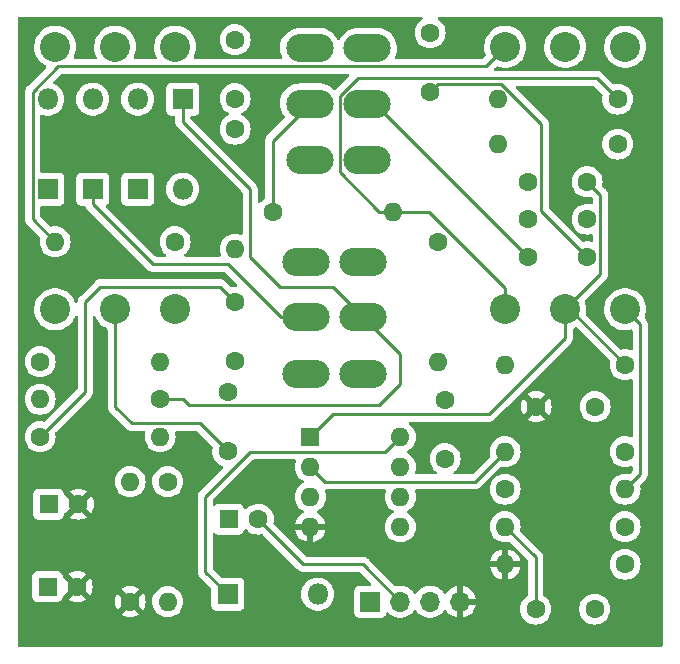
<source format=gbl>
G04 #@! TF.GenerationSoftware,KiCad,Pcbnew,7.0.11+dfsg-1build4*
G04 #@! TF.CreationDate,2026-01-27T20:44:15-05:00*
G04 #@! TF.ProjectId,Overdrive-01-KoT,4f766572-6472-4697-9665-2d30312d4b6f,rev?*
G04 #@! TF.SameCoordinates,Original*
G04 #@! TF.FileFunction,Copper,L2,Bot*
G04 #@! TF.FilePolarity,Positive*
%FSLAX46Y46*%
G04 Gerber Fmt 4.6, Leading zero omitted, Abs format (unit mm)*
G04 Created by KiCad (PCBNEW 7.0.11+dfsg-1build4) date 2026-01-27 20:44:15*
%MOMM*%
%LPD*%
G01*
G04 APERTURE LIST*
G04 #@! TA.AperFunction,ComponentPad*
%ADD10C,1.600000*%
G04 #@! TD*
G04 #@! TA.AperFunction,ComponentPad*
%ADD11O,1.600000X1.600000*%
G04 #@! TD*
G04 #@! TA.AperFunction,ComponentPad*
%ADD12R,1.600000X1.600000*%
G04 #@! TD*
G04 #@! TA.AperFunction,ComponentPad*
%ADD13R,1.700000X1.700000*%
G04 #@! TD*
G04 #@! TA.AperFunction,ComponentPad*
%ADD14O,1.700000X1.700000*%
G04 #@! TD*
G04 #@! TA.AperFunction,ComponentPad*
%ADD15O,4.000000X2.416000*%
G04 #@! TD*
G04 #@! TA.AperFunction,ComponentPad*
%ADD16C,2.540000*%
G04 #@! TD*
G04 #@! TA.AperFunction,ComponentPad*
%ADD17R,1.800000X1.800000*%
G04 #@! TD*
G04 #@! TA.AperFunction,ComponentPad*
%ADD18O,1.800000X1.800000*%
G04 #@! TD*
G04 #@! TA.AperFunction,Conductor*
%ADD19C,0.250000*%
G04 #@! TD*
G04 APERTURE END LIST*
D10*
X143510000Y-100330000D03*
D11*
X133350000Y-100330000D03*
D12*
X94702621Y-104775000D03*
D10*
X97202621Y-104775000D03*
X113665000Y-80010000D03*
D11*
X123825000Y-80010000D03*
D13*
X121920000Y-113030000D03*
D14*
X124460000Y-113030000D03*
X127000000Y-113030000D03*
X129540000Y-113030000D03*
D10*
X110490000Y-73025000D03*
D11*
X110490000Y-83185000D03*
D12*
X94615000Y-111760000D03*
D10*
X97115000Y-111760000D03*
D15*
X116455000Y-84250000D03*
X116455000Y-88950000D03*
X116455000Y-93730000D03*
X121325000Y-84250000D03*
X121325000Y-88950000D03*
X121325000Y-93730000D03*
D10*
X133350000Y-103505000D03*
D11*
X143510000Y-103505000D03*
D10*
X140970000Y-96520000D03*
X135970000Y-96520000D03*
D16*
X105410000Y-88265000D03*
X100330000Y-88265000D03*
X95250000Y-88265000D03*
D17*
X98425000Y-78105000D03*
D18*
X98425000Y-70485000D03*
D17*
X102235000Y-78105000D03*
D18*
X102235000Y-70485000D03*
D10*
X104140000Y-95885000D03*
D11*
X93980000Y-95885000D03*
D10*
X93980000Y-99060000D03*
D11*
X104140000Y-99060000D03*
D10*
X140930000Y-113665000D03*
X135930000Y-113665000D03*
D16*
X143510000Y-66040000D03*
X138430000Y-66040000D03*
X133350000Y-66040000D03*
D10*
X101600000Y-113030000D03*
D11*
X101600000Y-102870000D03*
D10*
X110490000Y-70445000D03*
X110490000Y-65445000D03*
X142875000Y-70485000D03*
D11*
X132715000Y-70485000D03*
D12*
X109942621Y-106045000D03*
D10*
X112442621Y-106045000D03*
D15*
X116800000Y-66165000D03*
X116800000Y-70865000D03*
X116800000Y-75645000D03*
X121670000Y-66165000D03*
X121670000Y-70865000D03*
X121670000Y-75645000D03*
D10*
X104775000Y-102870000D03*
D11*
X104775000Y-113030000D03*
D16*
X105410000Y-66040000D03*
X100330000Y-66040000D03*
X95250000Y-66040000D03*
D10*
X109855000Y-100290000D03*
X109855000Y-95290000D03*
X140295000Y-83820000D03*
X135295000Y-83820000D03*
X127000000Y-69850000D03*
X127000000Y-64850000D03*
X128270000Y-95925000D03*
X128270000Y-100925000D03*
X143510000Y-92964000D03*
D11*
X133350000Y-92964000D03*
D10*
X135295000Y-80645000D03*
X140295000Y-80645000D03*
X93980000Y-92710000D03*
D11*
X104140000Y-92710000D03*
D17*
X94615000Y-78105000D03*
D18*
X94615000Y-70485000D03*
D10*
X143510000Y-109855000D03*
D11*
X133350000Y-109855000D03*
D12*
X116850000Y-99070000D03*
D11*
X116850000Y-101610000D03*
X116850000Y-104150000D03*
X116850000Y-106690000D03*
X124470000Y-106690000D03*
X124470000Y-104150000D03*
X124470000Y-101610000D03*
X124470000Y-99070000D03*
D10*
X105410000Y-82550000D03*
D11*
X95250000Y-82550000D03*
D17*
X106045000Y-70485000D03*
D18*
X106045000Y-78105000D03*
D10*
X127635000Y-82550000D03*
D11*
X127635000Y-92710000D03*
D10*
X110490000Y-92670000D03*
X110490000Y-87670000D03*
D16*
X143510000Y-88265000D03*
X138430000Y-88265000D03*
X133350000Y-88265000D03*
D10*
X143510000Y-106680000D03*
D11*
X133350000Y-106680000D03*
D10*
X135295000Y-77470000D03*
X140295000Y-77470000D03*
D17*
X109855000Y-112395000D03*
D18*
X117475000Y-112395000D03*
D10*
X142875000Y-74295000D03*
D11*
X132715000Y-74295000D03*
D19*
X135930000Y-113665000D02*
X135930000Y-109260000D01*
X135930000Y-109260000D02*
X133350000Y-106680000D01*
X111760000Y-100330000D02*
X107950000Y-104140000D01*
X124470000Y-99070000D02*
X123210000Y-100330000D01*
X107950000Y-104140000D02*
X107950000Y-110490000D01*
X123210000Y-100330000D02*
X111760000Y-100330000D01*
X107950000Y-110490000D02*
X109855000Y-112395000D01*
X127635000Y-69215000D02*
X127000000Y-69850000D01*
X133035300Y-69215000D02*
X127635000Y-69215000D01*
X136419511Y-72599211D02*
X133035300Y-69215000D01*
X136419511Y-79944511D02*
X136419511Y-72599211D01*
X140295000Y-83820000D02*
X136419511Y-79944511D01*
X116850000Y-101610000D02*
X118110000Y-102870000D01*
X130810000Y-102870000D02*
X133350000Y-100330000D01*
X118110000Y-102870000D02*
X130810000Y-102870000D01*
X138811000Y-88265000D02*
X138430000Y-88265000D01*
X118765000Y-97155000D02*
X131953000Y-97155000D01*
X131953000Y-97155000D02*
X138430000Y-90678000D01*
X143510000Y-92964000D02*
X138811000Y-88265000D01*
X138430000Y-90678000D02*
X138430000Y-88265000D01*
X141419511Y-78594511D02*
X140295000Y-77470000D01*
X116850000Y-99070000D02*
X118765000Y-97155000D01*
X138430000Y-88265000D02*
X141419511Y-85275489D01*
X141419511Y-85275489D02*
X141419511Y-78594511D01*
X122340000Y-70865000D02*
X121670000Y-70865000D01*
X135295000Y-83820000D02*
X122340000Y-70865000D01*
X97790000Y-95250000D02*
X93980000Y-99060000D01*
X99060000Y-86360000D02*
X97790000Y-87630000D01*
X97790000Y-87630000D02*
X97790000Y-95250000D01*
X109180000Y-86360000D02*
X99060000Y-86360000D01*
X110490000Y-87670000D02*
X109180000Y-86360000D01*
X107500489Y-97935489D02*
X101745489Y-97935489D01*
X101745489Y-97935489D02*
X100330000Y-96520000D01*
X109855000Y-100290000D02*
X107500489Y-97935489D01*
X100330000Y-96520000D02*
X100330000Y-88265000D01*
X124460000Y-113030000D02*
X121285000Y-109855000D01*
X116252621Y-109855000D02*
X112442621Y-106045000D01*
X121285000Y-109855000D02*
X116252621Y-109855000D01*
X116455000Y-88950000D02*
X114350000Y-88950000D01*
X109855000Y-84455000D02*
X103505000Y-84455000D01*
X103505000Y-84455000D02*
X98425000Y-79375000D01*
X114350000Y-88950000D02*
X109855000Y-84455000D01*
X98425000Y-79375000D02*
X98425000Y-78105000D01*
X104140000Y-95885000D02*
X106085718Y-95885000D01*
X106045000Y-72390000D02*
X106045000Y-70485000D01*
X106615229Y-96414511D02*
X122660489Y-96414511D01*
X124460000Y-92085000D02*
X121325000Y-88950000D01*
X124460000Y-94615000D02*
X124460000Y-92085000D01*
X114300000Y-86360000D02*
X111760000Y-83820000D01*
X106085718Y-95885000D02*
X106615229Y-96414511D01*
X121325000Y-88950000D02*
X118735000Y-86360000D01*
X111760000Y-78105000D02*
X106045000Y-72390000D01*
X118735000Y-86360000D02*
X114300000Y-86360000D01*
X111760000Y-83820000D02*
X111760000Y-78105000D01*
X122660489Y-96414511D02*
X124460000Y-94615000D01*
X133350000Y-86468949D02*
X126891051Y-80010000D01*
X119345480Y-70230210D02*
X120850201Y-68725489D01*
X123825000Y-80010000D02*
X122693630Y-80010000D01*
X122693630Y-80010000D02*
X119345480Y-76661850D01*
X141115489Y-68725489D02*
X142875000Y-70485000D01*
X126891051Y-80010000D02*
X123825000Y-80010000D01*
X119345480Y-76661850D02*
X119345480Y-70230210D01*
X134305300Y-88265000D02*
X133350000Y-88265000D01*
X133350000Y-88265000D02*
X133350000Y-86468949D01*
X120850201Y-68725489D02*
X141115489Y-68725489D01*
X144780000Y-89535000D02*
X143827859Y-88582859D01*
X144780000Y-102235000D02*
X144780000Y-89535000D01*
X143510000Y-103505000D02*
X144780000Y-102235000D01*
X113665000Y-80010000D02*
X113665000Y-74000000D01*
X113665000Y-74000000D02*
X116800000Y-70865000D01*
X93345000Y-80645000D02*
X93345000Y-69850000D01*
X95250000Y-82550000D02*
X93345000Y-80645000D01*
X95497480Y-67697520D02*
X131692480Y-67697520D01*
X131692480Y-67697520D02*
X133350000Y-66040000D01*
X93345000Y-69850000D02*
X95497480Y-67697520D01*
G04 #@! TA.AperFunction,Conductor*
G36*
X126314485Y-63520502D02*
G01*
X126360978Y-63574158D01*
X126371082Y-63644432D01*
X126341588Y-63709012D01*
X126318635Y-63729713D01*
X126155703Y-63843799D01*
X126155697Y-63843804D01*
X125993804Y-64005697D01*
X125993799Y-64005703D01*
X125862477Y-64193250D01*
X125765717Y-64400753D01*
X125765715Y-64400759D01*
X125706457Y-64621913D01*
X125686502Y-64850000D01*
X125706457Y-65078086D01*
X125765715Y-65299240D01*
X125765717Y-65299246D01*
X125803114Y-65379444D01*
X125862477Y-65506749D01*
X125993802Y-65694300D01*
X126155700Y-65856198D01*
X126343251Y-65987523D01*
X126550757Y-66084284D01*
X126771913Y-66143543D01*
X127000000Y-66163498D01*
X127228087Y-66143543D01*
X127449243Y-66084284D01*
X127656749Y-65987523D01*
X127844300Y-65856198D01*
X128006198Y-65694300D01*
X128137523Y-65506749D01*
X128234284Y-65299243D01*
X128293543Y-65078087D01*
X128313498Y-64850000D01*
X128293543Y-64621913D01*
X128234284Y-64400757D01*
X128137523Y-64193251D01*
X128006198Y-64005700D01*
X127844300Y-63843802D01*
X127844296Y-63843799D01*
X127681365Y-63729713D01*
X127637037Y-63674256D01*
X127629728Y-63603636D01*
X127661759Y-63540276D01*
X127722960Y-63504291D01*
X127753636Y-63500500D01*
X146558500Y-63500500D01*
X146626621Y-63520502D01*
X146673114Y-63574158D01*
X146684500Y-63626500D01*
X146684500Y-116714000D01*
X146664498Y-116782121D01*
X146610842Y-116828614D01*
X146558500Y-116840000D01*
X92201500Y-116840000D01*
X92133379Y-116819998D01*
X92086886Y-116766342D01*
X92075500Y-116714000D01*
X92075500Y-112608649D01*
X93306500Y-112608649D01*
X93313009Y-112669196D01*
X93313011Y-112669204D01*
X93364110Y-112806202D01*
X93364112Y-112806207D01*
X93451738Y-112923261D01*
X93568792Y-113010887D01*
X93568794Y-113010888D01*
X93568796Y-113010889D01*
X93620034Y-113030000D01*
X93705795Y-113061988D01*
X93705803Y-113061990D01*
X93766350Y-113068499D01*
X93766355Y-113068499D01*
X93766362Y-113068500D01*
X93766368Y-113068500D01*
X95463632Y-113068500D01*
X95463638Y-113068500D01*
X95463645Y-113068499D01*
X95463649Y-113068499D01*
X95524196Y-113061990D01*
X95524199Y-113061989D01*
X95524201Y-113061989D01*
X95661204Y-113010889D01*
X95664730Y-113008250D01*
X95778261Y-112923261D01*
X95865887Y-112806207D01*
X95865887Y-112806206D01*
X95865889Y-112806204D01*
X95916989Y-112669201D01*
X95918108Y-112658799D01*
X95923861Y-112605283D01*
X95924908Y-112605395D01*
X95947056Y-112542567D01*
X96003113Y-112499000D01*
X96019105Y-112496682D01*
X96716272Y-111799516D01*
X96729835Y-111885148D01*
X96787359Y-111998045D01*
X96876955Y-112087641D01*
X96989852Y-112145165D01*
X97075482Y-112158727D01*
X96387110Y-112847098D01*
X96387110Y-112847100D01*
X96458498Y-112897086D01*
X96665926Y-112993811D01*
X96665931Y-112993813D01*
X96886999Y-113053048D01*
X96886995Y-113053048D01*
X97115000Y-113072995D01*
X97343002Y-113053048D01*
X97429018Y-113030000D01*
X100287004Y-113030000D01*
X100306951Y-113258002D01*
X100366186Y-113479068D01*
X100366188Y-113479073D01*
X100462913Y-113686501D01*
X100512899Y-113757888D01*
X101201272Y-113069516D01*
X101214835Y-113155148D01*
X101272359Y-113268045D01*
X101361955Y-113357641D01*
X101474852Y-113415165D01*
X101560482Y-113428727D01*
X100872110Y-114117098D01*
X100872110Y-114117100D01*
X100943498Y-114167086D01*
X101150926Y-114263811D01*
X101150931Y-114263813D01*
X101371999Y-114323048D01*
X101371995Y-114323048D01*
X101600000Y-114342995D01*
X101828002Y-114323048D01*
X102049068Y-114263813D01*
X102049073Y-114263811D01*
X102256497Y-114167088D01*
X102327888Y-114117099D01*
X102327888Y-114117097D01*
X101639518Y-113428727D01*
X101725148Y-113415165D01*
X101838045Y-113357641D01*
X101927641Y-113268045D01*
X101985165Y-113155148D01*
X101998727Y-113069518D01*
X102687097Y-113757888D01*
X102687099Y-113757888D01*
X102737088Y-113686497D01*
X102833811Y-113479073D01*
X102833813Y-113479068D01*
X102893048Y-113258002D01*
X102912995Y-113030000D01*
X103461502Y-113030000D01*
X103481457Y-113258087D01*
X103508133Y-113357641D01*
X103540715Y-113479240D01*
X103540717Y-113479246D01*
X103637477Y-113686749D01*
X103763879Y-113867270D01*
X103768802Y-113874300D01*
X103930700Y-114036198D01*
X104118251Y-114167523D01*
X104325757Y-114264284D01*
X104546913Y-114323543D01*
X104775000Y-114343498D01*
X105003087Y-114323543D01*
X105224243Y-114264284D01*
X105431749Y-114167523D01*
X105619300Y-114036198D01*
X105781198Y-113874300D01*
X105912523Y-113686749D01*
X106009284Y-113479243D01*
X106068543Y-113258087D01*
X106088498Y-113030000D01*
X106068543Y-112801913D01*
X106009284Y-112580757D01*
X105912523Y-112373251D01*
X105781198Y-112185700D01*
X105619300Y-112023802D01*
X105582515Y-111998045D01*
X105431749Y-111892477D01*
X105224246Y-111795717D01*
X105224240Y-111795715D01*
X105130771Y-111770670D01*
X105003087Y-111736457D01*
X104775000Y-111716502D01*
X104546913Y-111736457D01*
X104325759Y-111795715D01*
X104325753Y-111795717D01*
X104118250Y-111892477D01*
X103930703Y-112023799D01*
X103930697Y-112023804D01*
X103768804Y-112185697D01*
X103768799Y-112185703D01*
X103637477Y-112373250D01*
X103540717Y-112580753D01*
X103540715Y-112580759D01*
X103488401Y-112775999D01*
X103481457Y-112801913D01*
X103461502Y-113030000D01*
X102912995Y-113030000D01*
X102893048Y-112801997D01*
X102833813Y-112580931D01*
X102833811Y-112580926D01*
X102737086Y-112373498D01*
X102687100Y-112302110D01*
X102687098Y-112302110D01*
X101998727Y-112990481D01*
X101985165Y-112904852D01*
X101927641Y-112791955D01*
X101838045Y-112702359D01*
X101725148Y-112644835D01*
X101639517Y-112631272D01*
X102327888Y-111942899D01*
X102327888Y-111942898D01*
X102256501Y-111892913D01*
X102049073Y-111796188D01*
X102049068Y-111796186D01*
X101828000Y-111736951D01*
X101828004Y-111736951D01*
X101600000Y-111717004D01*
X101371997Y-111736951D01*
X101150931Y-111796186D01*
X101150926Y-111796188D01*
X100943500Y-111892913D01*
X100872109Y-111942900D01*
X101560481Y-112631272D01*
X101474852Y-112644835D01*
X101361955Y-112702359D01*
X101272359Y-112791955D01*
X101214835Y-112904852D01*
X101201272Y-112990481D01*
X100512900Y-112302109D01*
X100462913Y-112373500D01*
X100366188Y-112580926D01*
X100366186Y-112580931D01*
X100306951Y-112801997D01*
X100287004Y-113030000D01*
X97429018Y-113030000D01*
X97564068Y-112993813D01*
X97564073Y-112993811D01*
X97771497Y-112897088D01*
X97842888Y-112847099D01*
X97842888Y-112847097D01*
X97154518Y-112158727D01*
X97240148Y-112145165D01*
X97353045Y-112087641D01*
X97442641Y-111998045D01*
X97500165Y-111885148D01*
X97513727Y-111799518D01*
X98202097Y-112487888D01*
X98202099Y-112487888D01*
X98252088Y-112416497D01*
X98348811Y-112209073D01*
X98348813Y-112209068D01*
X98408048Y-111988002D01*
X98427995Y-111760000D01*
X98408048Y-111531997D01*
X98348813Y-111310931D01*
X98348811Y-111310926D01*
X98252086Y-111103498D01*
X98202100Y-111032110D01*
X98202098Y-111032110D01*
X97513727Y-111720481D01*
X97500165Y-111634852D01*
X97442641Y-111521955D01*
X97353045Y-111432359D01*
X97240148Y-111374835D01*
X97154517Y-111361272D01*
X97842888Y-110672899D01*
X97842888Y-110672898D01*
X97771501Y-110622913D01*
X97564073Y-110526188D01*
X97564068Y-110526186D01*
X97343000Y-110466951D01*
X97343004Y-110466951D01*
X97115000Y-110447004D01*
X96886997Y-110466951D01*
X96665931Y-110526186D01*
X96665926Y-110526188D01*
X96458500Y-110622913D01*
X96387109Y-110672900D01*
X97075481Y-111361272D01*
X96989852Y-111374835D01*
X96876955Y-111432359D01*
X96787359Y-111521955D01*
X96729835Y-111634852D01*
X96716272Y-111720481D01*
X96016219Y-111020428D01*
X95990649Y-111015289D01*
X95939657Y-110965890D01*
X95924666Y-110914630D01*
X95923861Y-110914717D01*
X95916990Y-110850803D01*
X95916988Y-110850795D01*
X95865889Y-110713797D01*
X95865887Y-110713792D01*
X95778261Y-110596738D01*
X95661207Y-110509112D01*
X95661202Y-110509110D01*
X95524204Y-110458011D01*
X95524196Y-110458009D01*
X95463649Y-110451500D01*
X95463638Y-110451500D01*
X93766362Y-110451500D01*
X93766350Y-110451500D01*
X93705803Y-110458009D01*
X93705795Y-110458011D01*
X93568797Y-110509110D01*
X93568792Y-110509112D01*
X93451738Y-110596738D01*
X93364112Y-110713792D01*
X93364110Y-110713797D01*
X93313011Y-110850795D01*
X93313009Y-110850803D01*
X93306500Y-110911350D01*
X93306500Y-112608649D01*
X92075500Y-112608649D01*
X92075500Y-105623649D01*
X93394121Y-105623649D01*
X93400630Y-105684196D01*
X93400632Y-105684204D01*
X93451731Y-105821202D01*
X93451733Y-105821207D01*
X93539359Y-105938261D01*
X93656413Y-106025887D01*
X93656415Y-106025888D01*
X93656417Y-106025889D01*
X93707655Y-106045000D01*
X93793416Y-106076988D01*
X93793424Y-106076990D01*
X93853971Y-106083499D01*
X93853976Y-106083499D01*
X93853983Y-106083500D01*
X93853989Y-106083500D01*
X95551253Y-106083500D01*
X95551259Y-106083500D01*
X95551266Y-106083499D01*
X95551270Y-106083499D01*
X95611817Y-106076990D01*
X95611820Y-106076989D01*
X95611822Y-106076989D01*
X95748825Y-106025889D01*
X95752351Y-106023250D01*
X95865882Y-105938261D01*
X95953508Y-105821207D01*
X95953508Y-105821206D01*
X95953510Y-105821204D01*
X96004610Y-105684201D01*
X96004612Y-105684189D01*
X96011482Y-105620283D01*
X96012529Y-105620395D01*
X96034677Y-105557567D01*
X96090734Y-105514000D01*
X96106726Y-105511682D01*
X96803893Y-104814516D01*
X96817456Y-104900148D01*
X96874980Y-105013045D01*
X96964576Y-105102641D01*
X97077473Y-105160165D01*
X97163103Y-105173727D01*
X96474731Y-105862098D01*
X96474731Y-105862100D01*
X96546119Y-105912086D01*
X96753547Y-106008811D01*
X96753552Y-106008813D01*
X96974620Y-106068048D01*
X96974616Y-106068048D01*
X97202621Y-106087995D01*
X97430623Y-106068048D01*
X97651689Y-106008813D01*
X97651694Y-106008811D01*
X97859118Y-105912088D01*
X97930509Y-105862099D01*
X97930509Y-105862097D01*
X97242139Y-105173727D01*
X97327769Y-105160165D01*
X97440666Y-105102641D01*
X97530262Y-105013045D01*
X97587786Y-104900148D01*
X97601348Y-104814518D01*
X98289718Y-105502888D01*
X98289720Y-105502888D01*
X98339709Y-105431497D01*
X98436432Y-105224073D01*
X98436434Y-105224068D01*
X98495669Y-105003002D01*
X98515616Y-104775000D01*
X98495669Y-104546997D01*
X98436434Y-104325931D01*
X98436432Y-104325926D01*
X98339707Y-104118498D01*
X98289721Y-104047110D01*
X98289719Y-104047110D01*
X97601348Y-104735481D01*
X97587786Y-104649852D01*
X97530262Y-104536955D01*
X97440666Y-104447359D01*
X97327769Y-104389835D01*
X97242138Y-104376272D01*
X97930509Y-103687899D01*
X97930509Y-103687898D01*
X97859122Y-103637913D01*
X97651694Y-103541188D01*
X97651689Y-103541186D01*
X97430621Y-103481951D01*
X97430625Y-103481951D01*
X97202621Y-103462004D01*
X96974618Y-103481951D01*
X96753552Y-103541186D01*
X96753547Y-103541188D01*
X96546121Y-103637913D01*
X96474730Y-103687900D01*
X97163102Y-104376272D01*
X97077473Y-104389835D01*
X96964576Y-104447359D01*
X96874980Y-104536955D01*
X96817456Y-104649852D01*
X96803893Y-104735481D01*
X96103840Y-104035428D01*
X96078270Y-104030289D01*
X96027278Y-103980890D01*
X96012287Y-103929630D01*
X96011482Y-103929717D01*
X96004611Y-103865803D01*
X96004609Y-103865795D01*
X95975545Y-103787875D01*
X95953510Y-103728796D01*
X95953509Y-103728794D01*
X95953508Y-103728792D01*
X95865882Y-103611738D01*
X95748828Y-103524112D01*
X95748823Y-103524110D01*
X95611825Y-103473011D01*
X95611817Y-103473009D01*
X95551270Y-103466500D01*
X95551259Y-103466500D01*
X93853983Y-103466500D01*
X93853971Y-103466500D01*
X93793424Y-103473009D01*
X93793416Y-103473011D01*
X93656418Y-103524110D01*
X93656413Y-103524112D01*
X93539359Y-103611738D01*
X93451733Y-103728792D01*
X93451731Y-103728797D01*
X93400632Y-103865795D01*
X93400630Y-103865803D01*
X93394121Y-103926350D01*
X93394121Y-105623649D01*
X92075500Y-105623649D01*
X92075500Y-102870000D01*
X100286502Y-102870000D01*
X100306457Y-103098087D01*
X100318707Y-103143804D01*
X100365715Y-103319240D01*
X100365717Y-103319246D01*
X100462477Y-103526749D01*
X100547379Y-103648002D01*
X100593802Y-103714300D01*
X100755700Y-103876198D01*
X100943251Y-104007523D01*
X101150757Y-104104284D01*
X101371913Y-104163543D01*
X101600000Y-104183498D01*
X101828087Y-104163543D01*
X102049243Y-104104284D01*
X102256749Y-104007523D01*
X102444300Y-103876198D01*
X102606198Y-103714300D01*
X102737523Y-103526749D01*
X102834284Y-103319243D01*
X102893543Y-103098087D01*
X102913498Y-102870000D01*
X103461502Y-102870000D01*
X103481457Y-103098087D01*
X103493707Y-103143804D01*
X103540715Y-103319240D01*
X103540717Y-103319246D01*
X103637477Y-103526749D01*
X103722379Y-103648002D01*
X103768802Y-103714300D01*
X103930700Y-103876198D01*
X104118251Y-104007523D01*
X104325757Y-104104284D01*
X104546913Y-104163543D01*
X104775000Y-104183498D01*
X105003087Y-104163543D01*
X105224243Y-104104284D01*
X105431749Y-104007523D01*
X105619300Y-103876198D01*
X105781198Y-103714300D01*
X105912523Y-103526749D01*
X106009284Y-103319243D01*
X106068543Y-103098087D01*
X106088498Y-102870000D01*
X106068543Y-102641913D01*
X106009284Y-102420757D01*
X105912523Y-102213251D01*
X105781198Y-102025700D01*
X105619300Y-101863802D01*
X105582575Y-101838087D01*
X105431749Y-101732477D01*
X105224246Y-101635717D01*
X105224240Y-101635715D01*
X105115357Y-101606540D01*
X105003087Y-101576457D01*
X104775000Y-101556502D01*
X104546913Y-101576457D01*
X104325759Y-101635715D01*
X104325753Y-101635717D01*
X104118250Y-101732477D01*
X103930703Y-101863799D01*
X103930697Y-101863804D01*
X103768804Y-102025697D01*
X103768799Y-102025703D01*
X103637477Y-102213250D01*
X103540717Y-102420753D01*
X103540717Y-102420754D01*
X103540716Y-102420757D01*
X103481457Y-102641913D01*
X103461502Y-102870000D01*
X102913498Y-102870000D01*
X102893543Y-102641913D01*
X102834284Y-102420757D01*
X102737523Y-102213251D01*
X102606198Y-102025700D01*
X102444300Y-101863802D01*
X102407575Y-101838087D01*
X102256749Y-101732477D01*
X102049246Y-101635717D01*
X102049240Y-101635715D01*
X101940357Y-101606540D01*
X101828087Y-101576457D01*
X101600000Y-101556502D01*
X101371913Y-101576457D01*
X101150759Y-101635715D01*
X101150753Y-101635717D01*
X100943250Y-101732477D01*
X100755703Y-101863799D01*
X100755697Y-101863804D01*
X100593804Y-102025697D01*
X100593799Y-102025703D01*
X100462477Y-102213250D01*
X100365717Y-102420753D01*
X100365717Y-102420754D01*
X100365716Y-102420757D01*
X100306457Y-102641913D01*
X100286502Y-102870000D01*
X92075500Y-102870000D01*
X92075500Y-99060000D01*
X92666502Y-99060000D01*
X92686457Y-99288087D01*
X92706139Y-99361540D01*
X92745715Y-99509240D01*
X92745717Y-99509246D01*
X92842477Y-99716749D01*
X92945952Y-99864527D01*
X92973802Y-99904300D01*
X93135700Y-100066198D01*
X93323251Y-100197523D01*
X93530757Y-100294284D01*
X93751913Y-100353543D01*
X93980000Y-100373498D01*
X94208087Y-100353543D01*
X94429243Y-100294284D01*
X94636749Y-100197523D01*
X94824300Y-100066198D01*
X94986198Y-99904300D01*
X95117523Y-99716749D01*
X95214284Y-99509243D01*
X95273543Y-99288087D01*
X95293498Y-99060000D01*
X95273543Y-98831913D01*
X95256540Y-98768457D01*
X95258229Y-98697481D01*
X95289149Y-98646753D01*
X98178657Y-95757245D01*
X98191092Y-95747284D01*
X98190905Y-95747057D01*
X98197016Y-95742001D01*
X98197015Y-95742001D01*
X98197018Y-95742000D01*
X98243676Y-95692312D01*
X98246367Y-95689535D01*
X98266135Y-95669769D01*
X98268614Y-95666571D01*
X98276299Y-95657571D01*
X98306586Y-95625321D01*
X98316345Y-95607567D01*
X98327204Y-95591038D01*
X98339614Y-95575040D01*
X98357177Y-95534451D01*
X98362396Y-95523801D01*
X98383695Y-95485060D01*
X98388733Y-95465435D01*
X98395138Y-95446730D01*
X98395238Y-95446499D01*
X98403181Y-95428145D01*
X98410096Y-95384481D01*
X98412504Y-95372852D01*
X98423500Y-95330030D01*
X98423500Y-95309775D01*
X98425051Y-95290063D01*
X98425061Y-95290000D01*
X98428220Y-95270057D01*
X98424059Y-95226036D01*
X98423500Y-95214179D01*
X98423500Y-88941297D01*
X98443502Y-88873176D01*
X98497158Y-88826683D01*
X98567432Y-88816579D01*
X98632012Y-88846073D01*
X98666790Y-88895264D01*
X98723130Y-89038819D01*
X98723132Y-89038823D01*
X98856411Y-89269670D01*
X98856413Y-89269673D01*
X98856414Y-89269674D01*
X99022612Y-89478079D01*
X99218014Y-89659386D01*
X99218020Y-89659390D01*
X99438247Y-89809539D01*
X99438255Y-89809543D01*
X99438257Y-89809545D01*
X99596558Y-89885779D01*
X99625169Y-89899557D01*
X99677866Y-89947135D01*
X99696500Y-90013079D01*
X99696500Y-96436146D01*
X99694751Y-96451988D01*
X99695044Y-96452016D01*
X99694298Y-96459907D01*
X99696438Y-96527984D01*
X99696500Y-96531943D01*
X99696500Y-96559851D01*
X99696501Y-96559869D01*
X99697007Y-96563877D01*
X99697937Y-96575696D01*
X99699326Y-96619888D01*
X99699327Y-96619893D01*
X99704977Y-96639339D01*
X99708986Y-96658697D01*
X99711525Y-96678793D01*
X99711526Y-96678800D01*
X99727800Y-96719903D01*
X99731644Y-96731129D01*
X99743982Y-96773593D01*
X99754294Y-96791031D01*
X99762988Y-96808779D01*
X99770444Y-96827609D01*
X99770450Y-96827620D01*
X99796432Y-96863381D01*
X99802949Y-96873301D01*
X99825458Y-96911362D01*
X99825459Y-96911363D01*
X99825461Y-96911366D01*
X99839779Y-96925684D01*
X99852617Y-96940714D01*
X99864526Y-96957104D01*
X99864530Y-96957109D01*
X99898598Y-96985292D01*
X99907378Y-96993282D01*
X101238244Y-98324149D01*
X101248209Y-98336586D01*
X101248436Y-98336399D01*
X101253488Y-98342506D01*
X101303139Y-98389131D01*
X101305983Y-98391888D01*
X101325712Y-98411618D01*
X101325713Y-98411619D01*
X101325717Y-98411622D01*
X101325719Y-98411624D01*
X101328924Y-98414110D01*
X101337931Y-98421803D01*
X101370168Y-98452075D01*
X101387917Y-98461832D01*
X101404442Y-98472687D01*
X101420448Y-98485103D01*
X101461031Y-98502664D01*
X101471682Y-98507882D01*
X101510429Y-98529184D01*
X101510437Y-98529186D01*
X101530047Y-98534221D01*
X101548756Y-98540626D01*
X101567344Y-98548670D01*
X101611019Y-98555587D01*
X101622630Y-98557991D01*
X101665459Y-98568989D01*
X101685713Y-98568989D01*
X101705423Y-98570540D01*
X101707630Y-98570889D01*
X101725432Y-98573709D01*
X101769450Y-98569547D01*
X101781308Y-98568989D01*
X102752701Y-98568989D01*
X102820822Y-98588991D01*
X102867315Y-98642647D01*
X102877419Y-98712921D01*
X102874408Y-98727596D01*
X102846457Y-98831913D01*
X102826502Y-99060000D01*
X102846457Y-99288087D01*
X102866139Y-99361540D01*
X102905715Y-99509240D01*
X102905717Y-99509246D01*
X103002477Y-99716749D01*
X103105952Y-99864527D01*
X103133802Y-99904300D01*
X103295700Y-100066198D01*
X103483251Y-100197523D01*
X103690757Y-100294284D01*
X103911913Y-100353543D01*
X104140000Y-100373498D01*
X104368087Y-100353543D01*
X104589243Y-100294284D01*
X104796749Y-100197523D01*
X104984300Y-100066198D01*
X105146198Y-99904300D01*
X105277523Y-99716749D01*
X105374284Y-99509243D01*
X105433543Y-99288087D01*
X105453498Y-99060000D01*
X105433543Y-98831913D01*
X105405592Y-98727599D01*
X105407282Y-98656623D01*
X105447076Y-98597828D01*
X105512341Y-98569880D01*
X105527299Y-98568989D01*
X107185895Y-98568989D01*
X107254016Y-98588991D01*
X107274990Y-98605894D01*
X108545847Y-99876751D01*
X108579873Y-99939063D01*
X108578459Y-99998456D01*
X108561458Y-100061907D01*
X108561457Y-100061910D01*
X108561457Y-100061913D01*
X108541502Y-100290000D01*
X108561457Y-100518087D01*
X108584425Y-100603804D01*
X108620715Y-100739240D01*
X108620717Y-100739246D01*
X108717477Y-100946749D01*
X108799702Y-101064179D01*
X108848802Y-101134300D01*
X109010700Y-101296198D01*
X109198251Y-101427523D01*
X109405757Y-101524284D01*
X109405762Y-101524285D01*
X109410926Y-101526165D01*
X109410286Y-101527922D01*
X109463812Y-101560533D01*
X109494847Y-101624387D01*
X109486433Y-101694883D01*
X109459691Y-101734402D01*
X107561336Y-103632757D01*
X107548901Y-103642721D01*
X107549089Y-103642948D01*
X107542979Y-103648002D01*
X107496370Y-103697635D01*
X107493620Y-103700473D01*
X107473863Y-103720231D01*
X107471374Y-103723439D01*
X107463688Y-103732436D01*
X107433418Y-103764673D01*
X107433411Y-103764683D01*
X107423651Y-103782435D01*
X107412803Y-103798950D01*
X107400386Y-103814958D01*
X107382824Y-103855540D01*
X107377604Y-103866195D01*
X107356305Y-103904939D01*
X107356303Y-103904944D01*
X107351267Y-103924559D01*
X107344864Y-103943262D01*
X107336819Y-103961852D01*
X107329901Y-104005525D01*
X107327495Y-104017142D01*
X107316500Y-104059968D01*
X107316500Y-104080223D01*
X107314949Y-104099933D01*
X107311780Y-104119942D01*
X107315941Y-104163961D01*
X107316500Y-104175819D01*
X107316500Y-110406146D01*
X107314751Y-110421988D01*
X107315044Y-110422016D01*
X107314298Y-110429907D01*
X107314298Y-110429909D01*
X107315748Y-110476026D01*
X107316438Y-110497984D01*
X107316500Y-110501943D01*
X107316500Y-110529851D01*
X107316501Y-110529869D01*
X107317007Y-110533877D01*
X107317937Y-110545696D01*
X107319326Y-110589888D01*
X107319327Y-110589893D01*
X107324977Y-110609339D01*
X107328986Y-110628697D01*
X107331525Y-110648793D01*
X107331526Y-110648800D01*
X107347800Y-110689903D01*
X107351644Y-110701129D01*
X107363982Y-110743593D01*
X107374294Y-110761031D01*
X107382988Y-110778779D01*
X107390444Y-110797609D01*
X107390450Y-110797620D01*
X107416432Y-110833381D01*
X107422949Y-110843301D01*
X107445458Y-110881362D01*
X107445459Y-110881363D01*
X107445461Y-110881366D01*
X107459779Y-110895684D01*
X107472617Y-110910714D01*
X107484526Y-110927104D01*
X107484530Y-110927109D01*
X107518598Y-110955292D01*
X107527378Y-110963282D01*
X108409595Y-111845499D01*
X108443621Y-111907811D01*
X108446500Y-111934594D01*
X108446500Y-113343649D01*
X108453009Y-113404196D01*
X108453011Y-113404204D01*
X108504110Y-113541202D01*
X108504112Y-113541207D01*
X108591738Y-113658261D01*
X108708792Y-113745887D01*
X108708794Y-113745888D01*
X108708796Y-113745889D01*
X108760243Y-113765078D01*
X108845795Y-113796988D01*
X108845803Y-113796990D01*
X108906350Y-113803499D01*
X108906355Y-113803499D01*
X108906362Y-113803500D01*
X108906368Y-113803500D01*
X110803632Y-113803500D01*
X110803638Y-113803500D01*
X110803645Y-113803499D01*
X110803649Y-113803499D01*
X110864196Y-113796990D01*
X110864199Y-113796989D01*
X110864201Y-113796989D01*
X111001204Y-113745889D01*
X111021229Y-113730899D01*
X111118261Y-113658261D01*
X111205887Y-113541207D01*
X111205887Y-113541206D01*
X111205889Y-113541204D01*
X111256989Y-113404201D01*
X111263500Y-113343638D01*
X111263500Y-112395000D01*
X116061673Y-112395000D01*
X116079078Y-112605048D01*
X116080950Y-112627633D01*
X116138249Y-112853903D01*
X116138252Y-112853910D01*
X116232015Y-113067668D01*
X116359685Y-113263083D01*
X116517774Y-113434813D01*
X116517778Y-113434817D01*
X116574632Y-113479068D01*
X116701983Y-113578190D01*
X116907273Y-113689287D01*
X117128049Y-113765080D01*
X117358288Y-113803500D01*
X117358292Y-113803500D01*
X117591708Y-113803500D01*
X117591712Y-113803500D01*
X117821951Y-113765080D01*
X118042727Y-113689287D01*
X118248017Y-113578190D01*
X118432220Y-113434818D01*
X118436656Y-113430000D01*
X118590314Y-113263083D01*
X118621232Y-113215759D01*
X118717984Y-113067669D01*
X118811749Y-112853907D01*
X118869051Y-112627626D01*
X118888327Y-112395000D01*
X118869051Y-112162374D01*
X118845860Y-112070795D01*
X118811750Y-111936096D01*
X118811747Y-111936089D01*
X118810739Y-111933792D01*
X118717984Y-111722331D01*
X118700524Y-111695606D01*
X118590314Y-111526916D01*
X118432225Y-111355186D01*
X118432221Y-111355182D01*
X118340118Y-111283496D01*
X118248017Y-111211810D01*
X118042727Y-111100713D01*
X118042724Y-111100712D01*
X118042723Y-111100711D01*
X117821955Y-111024921D01*
X117821948Y-111024919D01*
X117723411Y-111008476D01*
X117591712Y-110986500D01*
X117358288Y-110986500D01*
X117243066Y-111005727D01*
X117128051Y-111024919D01*
X117128044Y-111024921D01*
X116907276Y-111100711D01*
X116907273Y-111100713D01*
X116818893Y-111148542D01*
X116701985Y-111211809D01*
X116701983Y-111211810D01*
X116517778Y-111355182D01*
X116517774Y-111355186D01*
X116359685Y-111526916D01*
X116232015Y-111722331D01*
X116138252Y-111936089D01*
X116138249Y-111936096D01*
X116080950Y-112162366D01*
X116080949Y-112162372D01*
X116080949Y-112162374D01*
X116061673Y-112395000D01*
X111263500Y-112395000D01*
X111263500Y-111446362D01*
X111258601Y-111400790D01*
X111256990Y-111385803D01*
X111256988Y-111385795D01*
X111205889Y-111248797D01*
X111205887Y-111248792D01*
X111118261Y-111131738D01*
X111001207Y-111044112D01*
X111001202Y-111044110D01*
X110864204Y-110993011D01*
X110864196Y-110993009D01*
X110803649Y-110986500D01*
X110803638Y-110986500D01*
X109394595Y-110986500D01*
X109326474Y-110966498D01*
X109305500Y-110949595D01*
X108620405Y-110264500D01*
X108586379Y-110202188D01*
X108583500Y-110175405D01*
X108583500Y-107313358D01*
X108603502Y-107245237D01*
X108657158Y-107198744D01*
X108727432Y-107188640D01*
X108785009Y-107212490D01*
X108896413Y-107295887D01*
X108896415Y-107295888D01*
X108896417Y-107295889D01*
X108943253Y-107313358D01*
X109033416Y-107346988D01*
X109033424Y-107346990D01*
X109093971Y-107353499D01*
X109093976Y-107353499D01*
X109093983Y-107353500D01*
X109093989Y-107353500D01*
X110791253Y-107353500D01*
X110791259Y-107353500D01*
X110791266Y-107353499D01*
X110791270Y-107353499D01*
X110851817Y-107346990D01*
X110851820Y-107346989D01*
X110851822Y-107346989D01*
X110852466Y-107346749D01*
X110879276Y-107336749D01*
X110988825Y-107295889D01*
X111011010Y-107279282D01*
X111105882Y-107208261D01*
X111193507Y-107091208D01*
X111193506Y-107091208D01*
X111193510Y-107091204D01*
X111244610Y-106954201D01*
X111244610Y-106954197D01*
X111245832Y-106950922D01*
X111288379Y-106894087D01*
X111354900Y-106869276D01*
X111424274Y-106884368D01*
X111452983Y-106905860D01*
X111598321Y-107051198D01*
X111785872Y-107182523D01*
X111993378Y-107279284D01*
X112214534Y-107338543D01*
X112442621Y-107358498D01*
X112670708Y-107338543D01*
X112734162Y-107321540D01*
X112805137Y-107323228D01*
X112855868Y-107354151D01*
X115745374Y-110243657D01*
X115755341Y-110256097D01*
X115755568Y-110255910D01*
X115760620Y-110262017D01*
X115760621Y-110262018D01*
X115805586Y-110304243D01*
X115810287Y-110308657D01*
X115813131Y-110311414D01*
X115832851Y-110331134D01*
X115836037Y-110333605D01*
X115845068Y-110341318D01*
X115877299Y-110371585D01*
X115877303Y-110371588D01*
X115895051Y-110381345D01*
X115911578Y-110392201D01*
X115927581Y-110404614D01*
X115968160Y-110422174D01*
X115978808Y-110427391D01*
X116017555Y-110448692D01*
X116017557Y-110448693D01*
X116017561Y-110448695D01*
X116037183Y-110453733D01*
X116055884Y-110460135D01*
X116068435Y-110465567D01*
X116074473Y-110468180D01*
X116074474Y-110468180D01*
X116074476Y-110468181D01*
X116118151Y-110475098D01*
X116129762Y-110477502D01*
X116172591Y-110488500D01*
X116192845Y-110488500D01*
X116212555Y-110490051D01*
X116214762Y-110490400D01*
X116232564Y-110493220D01*
X116276582Y-110489058D01*
X116288440Y-110488500D01*
X120970406Y-110488500D01*
X121038527Y-110508502D01*
X121059501Y-110525405D01*
X121990501Y-111456405D01*
X122024527Y-111518717D01*
X122019462Y-111589532D01*
X121976915Y-111646368D01*
X121910395Y-111671179D01*
X121901406Y-111671500D01*
X121021350Y-111671500D01*
X120960803Y-111678009D01*
X120960795Y-111678011D01*
X120823797Y-111729110D01*
X120823792Y-111729112D01*
X120706738Y-111816738D01*
X120619112Y-111933792D01*
X120619110Y-111933797D01*
X120568011Y-112070795D01*
X120568009Y-112070803D01*
X120561500Y-112131350D01*
X120561500Y-113928639D01*
X120568009Y-113989196D01*
X120568011Y-113989204D01*
X120619110Y-114126202D01*
X120619112Y-114126207D01*
X120706738Y-114243261D01*
X120823792Y-114330887D01*
X120823794Y-114330888D01*
X120823796Y-114330889D01*
X120877600Y-114350957D01*
X120960795Y-114381988D01*
X120960803Y-114381990D01*
X121021350Y-114388499D01*
X121021355Y-114388499D01*
X121021362Y-114388500D01*
X121021368Y-114388500D01*
X122818632Y-114388500D01*
X122818638Y-114388500D01*
X122818645Y-114388499D01*
X122818649Y-114388499D01*
X122879196Y-114381990D01*
X122879199Y-114381989D01*
X122879201Y-114381989D01*
X123016204Y-114330889D01*
X123026019Y-114323542D01*
X123133261Y-114243261D01*
X123220886Y-114126208D01*
X123220885Y-114126208D01*
X123220889Y-114126204D01*
X123264999Y-114007939D01*
X123307545Y-113951107D01*
X123374066Y-113926296D01*
X123443440Y-113941388D01*
X123475753Y-113966635D01*
X123496529Y-113989204D01*
X123536762Y-114032908D01*
X123540992Y-114036200D01*
X123714424Y-114171189D01*
X123912426Y-114278342D01*
X123912427Y-114278342D01*
X123912428Y-114278343D01*
X124024227Y-114316723D01*
X124125365Y-114351444D01*
X124347431Y-114388500D01*
X124347435Y-114388500D01*
X124572565Y-114388500D01*
X124572569Y-114388500D01*
X124794635Y-114351444D01*
X125007574Y-114278342D01*
X125205576Y-114171189D01*
X125383240Y-114032906D01*
X125535722Y-113867268D01*
X125624518Y-113731354D01*
X125678520Y-113685268D01*
X125748868Y-113675692D01*
X125813225Y-113705669D01*
X125835480Y-113731353D01*
X125868607Y-113782058D01*
X125924275Y-113867265D01*
X125924279Y-113867270D01*
X126076762Y-114032908D01*
X126080992Y-114036200D01*
X126254424Y-114171189D01*
X126452426Y-114278342D01*
X126452427Y-114278342D01*
X126452428Y-114278343D01*
X126564227Y-114316723D01*
X126665365Y-114351444D01*
X126887431Y-114388500D01*
X126887435Y-114388500D01*
X127112565Y-114388500D01*
X127112569Y-114388500D01*
X127334635Y-114351444D01*
X127547574Y-114278342D01*
X127745576Y-114171189D01*
X127923240Y-114032906D01*
X128075722Y-113867268D01*
X128164816Y-113730898D01*
X128218819Y-113684810D01*
X128289167Y-113675235D01*
X128353524Y-113705212D01*
X128375782Y-113730898D01*
X128464674Y-113866958D01*
X128617097Y-114032534D01*
X128794698Y-114170767D01*
X128794699Y-114170768D01*
X128992628Y-114277882D01*
X128992630Y-114277883D01*
X129205483Y-114350955D01*
X129205492Y-114350957D01*
X129286000Y-114364391D01*
X129286000Y-113463674D01*
X129397685Y-113514680D01*
X129504237Y-113530000D01*
X129575763Y-113530000D01*
X129682315Y-113514680D01*
X129794000Y-113463674D01*
X129794000Y-114364390D01*
X129874507Y-114350957D01*
X129874516Y-114350955D01*
X130087369Y-114277883D01*
X130087371Y-114277882D01*
X130285300Y-114170768D01*
X130285301Y-114170767D01*
X130462902Y-114032534D01*
X130615325Y-113866958D01*
X130738419Y-113678548D01*
X130828820Y-113472456D01*
X130828823Y-113472449D01*
X130876544Y-113284000D01*
X129971116Y-113284000D01*
X129999493Y-113239844D01*
X130040000Y-113101889D01*
X130040000Y-112958111D01*
X129999493Y-112820156D01*
X129971116Y-112776000D01*
X130876544Y-112776000D01*
X130876544Y-112775999D01*
X130828823Y-112587550D01*
X130828820Y-112587543D01*
X130738419Y-112381451D01*
X130615325Y-112193041D01*
X130462902Y-112027465D01*
X130285301Y-111889232D01*
X130285300Y-111889231D01*
X130087371Y-111782117D01*
X130087369Y-111782116D01*
X129874512Y-111709043D01*
X129874501Y-111709040D01*
X129794000Y-111695606D01*
X129794000Y-112596325D01*
X129682315Y-112545320D01*
X129575763Y-112530000D01*
X129504237Y-112530000D01*
X129397685Y-112545320D01*
X129286000Y-112596325D01*
X129286000Y-111695607D01*
X129285999Y-111695606D01*
X129205498Y-111709040D01*
X129205487Y-111709043D01*
X128992630Y-111782116D01*
X128992628Y-111782117D01*
X128794699Y-111889231D01*
X128794698Y-111889232D01*
X128617097Y-112027465D01*
X128464670Y-112193045D01*
X128375780Y-112329101D01*
X128321776Y-112375189D01*
X128251428Y-112384764D01*
X128187071Y-112354786D01*
X128164816Y-112329101D01*
X128125884Y-112269511D01*
X128075724Y-112192734D01*
X128075720Y-112192729D01*
X127959570Y-112066559D01*
X127923240Y-112027094D01*
X127923239Y-112027093D01*
X127923237Y-112027091D01*
X127841382Y-111963381D01*
X127745576Y-111888811D01*
X127547574Y-111781658D01*
X127547572Y-111781657D01*
X127547571Y-111781656D01*
X127334639Y-111708557D01*
X127334630Y-111708555D01*
X127257029Y-111695606D01*
X127112569Y-111671500D01*
X126887431Y-111671500D01*
X126742971Y-111695606D01*
X126665369Y-111708555D01*
X126665360Y-111708557D01*
X126452428Y-111781656D01*
X126452426Y-111781658D01*
X126254426Y-111888810D01*
X126254424Y-111888811D01*
X126076762Y-112027091D01*
X125924279Y-112192729D01*
X125835483Y-112328643D01*
X125781479Y-112374731D01*
X125711131Y-112384306D01*
X125646774Y-112354329D01*
X125624517Y-112328643D01*
X125535720Y-112192729D01*
X125419570Y-112066559D01*
X125383240Y-112027094D01*
X125383239Y-112027093D01*
X125383237Y-112027091D01*
X125301382Y-111963381D01*
X125205576Y-111888811D01*
X125007574Y-111781658D01*
X125007572Y-111781657D01*
X125007571Y-111781656D01*
X124794639Y-111708557D01*
X124794630Y-111708555D01*
X124717029Y-111695606D01*
X124572569Y-111671500D01*
X124347431Y-111671500D01*
X124220664Y-111692653D01*
X124125356Y-111708557D01*
X124122227Y-111709350D01*
X124120905Y-111709300D01*
X124120224Y-111709414D01*
X124120200Y-111709273D01*
X124051281Y-111706681D01*
X124002204Y-111676300D01*
X122915797Y-110589893D01*
X121926905Y-109601000D01*
X132063917Y-109601000D01*
X133038314Y-109601000D01*
X133022359Y-109616955D01*
X132964835Y-109729852D01*
X132945014Y-109855000D01*
X132964835Y-109980148D01*
X133022359Y-110093045D01*
X133038314Y-110109000D01*
X132063918Y-110109000D01*
X132116186Y-110304068D01*
X132116188Y-110304073D01*
X132212912Y-110511498D01*
X132344184Y-110698974D01*
X132344189Y-110698980D01*
X132506019Y-110860810D01*
X132506025Y-110860815D01*
X132693501Y-110992087D01*
X132900926Y-111088811D01*
X132900931Y-111088813D01*
X133096000Y-111141081D01*
X133096000Y-110166686D01*
X133111955Y-110182641D01*
X133224852Y-110240165D01*
X133318519Y-110255000D01*
X133381481Y-110255000D01*
X133475148Y-110240165D01*
X133588045Y-110182641D01*
X133604000Y-110166686D01*
X133604000Y-111141081D01*
X133799068Y-111088813D01*
X133799073Y-111088811D01*
X134006498Y-110992087D01*
X134193974Y-110860815D01*
X134193980Y-110860810D01*
X134355810Y-110698980D01*
X134355815Y-110698974D01*
X134487087Y-110511498D01*
X134583811Y-110304073D01*
X134583813Y-110304068D01*
X134636082Y-110109000D01*
X133661686Y-110109000D01*
X133677641Y-110093045D01*
X133735165Y-109980148D01*
X133754986Y-109855000D01*
X133735165Y-109729852D01*
X133677641Y-109616955D01*
X133661686Y-109601000D01*
X134636082Y-109601000D01*
X134583813Y-109405931D01*
X134583811Y-109405926D01*
X134487087Y-109198501D01*
X134355815Y-109011025D01*
X134355810Y-109011019D01*
X134193980Y-108849189D01*
X134193974Y-108849184D01*
X134006498Y-108717912D01*
X133799073Y-108621188D01*
X133799071Y-108621187D01*
X133604000Y-108568917D01*
X133604000Y-109543314D01*
X133588045Y-109527359D01*
X133475148Y-109469835D01*
X133381481Y-109455000D01*
X133318519Y-109455000D01*
X133224852Y-109469835D01*
X133111955Y-109527359D01*
X133096000Y-109543314D01*
X133096000Y-108568917D01*
X133095999Y-108568917D01*
X132900928Y-108621187D01*
X132900926Y-108621188D01*
X132693501Y-108717912D01*
X132506025Y-108849184D01*
X132506019Y-108849189D01*
X132344189Y-109011019D01*
X132344184Y-109011025D01*
X132212912Y-109198501D01*
X132116188Y-109405926D01*
X132116186Y-109405931D01*
X132063917Y-109601000D01*
X121926905Y-109601000D01*
X121792244Y-109466339D01*
X121782279Y-109453901D01*
X121782052Y-109454090D01*
X121777001Y-109447984D01*
X121777000Y-109447982D01*
X121727348Y-109401356D01*
X121724505Y-109398600D01*
X121704777Y-109378871D01*
X121704771Y-109378866D01*
X121701567Y-109376380D01*
X121692556Y-109368683D01*
X121660325Y-109338417D01*
X121660319Y-109338413D01*
X121642563Y-109328651D01*
X121626047Y-109317802D01*
X121610041Y-109305386D01*
X121569464Y-109287827D01*
X121558807Y-109282605D01*
X121520063Y-109261306D01*
X121520060Y-109261305D01*
X121500436Y-109256266D01*
X121481736Y-109249864D01*
X121463145Y-109241819D01*
X121463143Y-109241818D01*
X121463141Y-109241818D01*
X121419474Y-109234901D01*
X121407855Y-109232495D01*
X121365030Y-109221500D01*
X121344776Y-109221500D01*
X121325066Y-109219949D01*
X121305057Y-109216780D01*
X121261039Y-109220941D01*
X121249181Y-109221500D01*
X116567215Y-109221500D01*
X116499094Y-109201498D01*
X116478120Y-109184595D01*
X113751772Y-106458246D01*
X113717746Y-106395934D01*
X113719160Y-106336541D01*
X113736164Y-106273087D01*
X113756119Y-106045000D01*
X113736164Y-105816913D01*
X113676905Y-105595757D01*
X113580144Y-105388251D01*
X113448819Y-105200700D01*
X113286921Y-105038802D01*
X113250136Y-105013045D01*
X113099370Y-104907477D01*
X112891867Y-104810717D01*
X112891861Y-104810715D01*
X112764695Y-104776641D01*
X112670708Y-104751457D01*
X112442621Y-104731502D01*
X112214534Y-104751457D01*
X111993380Y-104810715D01*
X111993374Y-104810717D01*
X111785871Y-104907477D01*
X111598324Y-105038799D01*
X111452983Y-105184140D01*
X111390671Y-105218165D01*
X111319855Y-105213100D01*
X111263020Y-105170553D01*
X111245833Y-105139077D01*
X111193510Y-104998796D01*
X111193508Y-104998792D01*
X111105882Y-104881738D01*
X110988828Y-104794112D01*
X110988823Y-104794110D01*
X110851825Y-104743011D01*
X110851817Y-104743009D01*
X110791270Y-104736500D01*
X110791259Y-104736500D01*
X109093983Y-104736500D01*
X109093971Y-104736500D01*
X109033424Y-104743009D01*
X109033416Y-104743011D01*
X108896418Y-104794110D01*
X108896413Y-104794113D01*
X108785009Y-104877509D01*
X108718489Y-104902320D01*
X108649114Y-104887228D01*
X108598912Y-104837026D01*
X108583500Y-104776641D01*
X108583500Y-104454594D01*
X108603502Y-104386473D01*
X108620405Y-104365499D01*
X111985499Y-101000405D01*
X112047811Y-100966379D01*
X112074594Y-100963500D01*
X115509918Y-100963500D01*
X115578039Y-100983502D01*
X115624532Y-101037158D01*
X115634636Y-101107432D01*
X115624112Y-101142751D01*
X115615719Y-101160749D01*
X115615715Y-101160759D01*
X115579425Y-101296195D01*
X115556457Y-101381913D01*
X115536502Y-101610000D01*
X115556457Y-101838087D01*
X115563348Y-101863804D01*
X115615715Y-102059240D01*
X115615717Y-102059246D01*
X115712477Y-102266749D01*
X115746284Y-102315031D01*
X115843802Y-102454300D01*
X116005700Y-102616198D01*
X116193251Y-102747523D01*
X116228359Y-102763894D01*
X116232457Y-102765805D01*
X116285742Y-102812722D01*
X116305203Y-102880999D01*
X116284661Y-102948959D01*
X116232457Y-102994195D01*
X116193250Y-103012477D01*
X116005703Y-103143799D01*
X116005697Y-103143804D01*
X115843804Y-103305697D01*
X115843799Y-103305703D01*
X115712477Y-103493250D01*
X115615717Y-103700753D01*
X115615715Y-103700759D01*
X115585115Y-103814959D01*
X115556457Y-103921913D01*
X115536502Y-104150000D01*
X115553938Y-104349300D01*
X115556457Y-104378086D01*
X115615715Y-104599240D01*
X115615717Y-104599246D01*
X115712477Y-104806749D01*
X115843802Y-104994300D01*
X116005700Y-105156198D01*
X116193251Y-105287523D01*
X116232457Y-105305805D01*
X116233047Y-105306080D01*
X116286332Y-105352996D01*
X116305794Y-105421273D01*
X116285253Y-105489233D01*
X116233051Y-105534468D01*
X116193504Y-105552910D01*
X116006025Y-105684184D01*
X116006019Y-105684189D01*
X115844189Y-105846019D01*
X115844184Y-105846025D01*
X115712912Y-106033501D01*
X115616188Y-106240926D01*
X115616186Y-106240931D01*
X115563917Y-106436000D01*
X116538314Y-106436000D01*
X116522359Y-106451955D01*
X116464835Y-106564852D01*
X116445014Y-106690000D01*
X116464835Y-106815148D01*
X116522359Y-106928045D01*
X116538314Y-106944000D01*
X115563918Y-106944000D01*
X115616186Y-107139068D01*
X115616188Y-107139073D01*
X115712912Y-107346498D01*
X115844184Y-107533974D01*
X115844189Y-107533980D01*
X116006019Y-107695810D01*
X116006025Y-107695815D01*
X116193501Y-107827087D01*
X116400926Y-107923811D01*
X116400931Y-107923813D01*
X116596000Y-107976081D01*
X116596000Y-107001686D01*
X116611955Y-107017641D01*
X116724852Y-107075165D01*
X116818519Y-107090000D01*
X116881481Y-107090000D01*
X116975148Y-107075165D01*
X117088045Y-107017641D01*
X117104000Y-107001686D01*
X117104000Y-107976081D01*
X117299068Y-107923813D01*
X117299073Y-107923811D01*
X117506498Y-107827087D01*
X117693974Y-107695815D01*
X117693980Y-107695810D01*
X117855810Y-107533980D01*
X117855815Y-107533974D01*
X117987087Y-107346498D01*
X118083811Y-107139073D01*
X118083813Y-107139068D01*
X118136082Y-106944000D01*
X117161686Y-106944000D01*
X117177641Y-106928045D01*
X117235165Y-106815148D01*
X117254986Y-106690000D01*
X117235165Y-106564852D01*
X117177641Y-106451955D01*
X117161686Y-106436000D01*
X118136082Y-106436000D01*
X118083813Y-106240931D01*
X118083811Y-106240926D01*
X117987087Y-106033501D01*
X117855815Y-105846025D01*
X117855810Y-105846019D01*
X117693980Y-105684189D01*
X117693974Y-105684184D01*
X117506497Y-105552911D01*
X117466949Y-105534469D01*
X117413665Y-105487551D01*
X117394205Y-105419273D01*
X117414748Y-105351314D01*
X117466950Y-105306081D01*
X117506749Y-105287523D01*
X117694300Y-105156198D01*
X117856198Y-104994300D01*
X117987523Y-104806749D01*
X118084284Y-104599243D01*
X118143543Y-104378087D01*
X118163498Y-104150000D01*
X118143543Y-103921913D01*
X118084284Y-103700757D01*
X118075888Y-103682751D01*
X118065226Y-103612559D01*
X118094205Y-103547746D01*
X118153625Y-103508890D01*
X118190082Y-103503500D01*
X123129918Y-103503500D01*
X123198039Y-103523502D01*
X123244532Y-103577158D01*
X123254636Y-103647432D01*
X123244112Y-103682751D01*
X123235719Y-103700749D01*
X123235715Y-103700759D01*
X123205115Y-103814959D01*
X123176457Y-103921913D01*
X123156502Y-104150000D01*
X123173938Y-104349300D01*
X123176457Y-104378086D01*
X123235715Y-104599240D01*
X123235717Y-104599246D01*
X123332477Y-104806749D01*
X123463802Y-104994300D01*
X123625700Y-105156198D01*
X123813251Y-105287523D01*
X123848359Y-105303894D01*
X123852457Y-105305805D01*
X123905742Y-105352722D01*
X123925203Y-105420999D01*
X123904661Y-105488959D01*
X123852457Y-105534195D01*
X123813250Y-105552477D01*
X123625703Y-105683799D01*
X123625697Y-105683804D01*
X123463804Y-105845697D01*
X123463799Y-105845703D01*
X123332477Y-106033250D01*
X123235717Y-106240753D01*
X123235715Y-106240759D01*
X123179125Y-106451955D01*
X123176457Y-106461913D01*
X123156502Y-106690000D01*
X123176457Y-106918087D01*
X123209608Y-107041807D01*
X123235715Y-107139240D01*
X123235717Y-107139246D01*
X123332360Y-107346498D01*
X123332477Y-107346749D01*
X123463802Y-107534300D01*
X123625700Y-107696198D01*
X123813251Y-107827523D01*
X124020757Y-107924284D01*
X124241913Y-107983543D01*
X124470000Y-108003498D01*
X124698087Y-107983543D01*
X124919243Y-107924284D01*
X125126749Y-107827523D01*
X125314300Y-107696198D01*
X125476198Y-107534300D01*
X125607523Y-107346749D01*
X125704284Y-107139243D01*
X125763543Y-106918087D01*
X125783498Y-106690000D01*
X125782623Y-106680000D01*
X132036502Y-106680000D01*
X132056457Y-106908087D01*
X132059136Y-106918086D01*
X132115715Y-107129240D01*
X132115717Y-107129246D01*
X132212477Y-107336749D01*
X132224205Y-107353499D01*
X132343802Y-107524300D01*
X132505700Y-107686198D01*
X132693251Y-107817523D01*
X132900757Y-107914284D01*
X133121913Y-107973543D01*
X133350000Y-107993498D01*
X133578087Y-107973543D01*
X133641541Y-107956540D01*
X133712514Y-107958228D01*
X133763246Y-107989151D01*
X135259595Y-109485499D01*
X135293620Y-109547811D01*
X135296500Y-109574594D01*
X135296500Y-112445606D01*
X135276498Y-112513727D01*
X135242771Y-112548819D01*
X135085703Y-112658799D01*
X135085697Y-112658804D01*
X134923804Y-112820697D01*
X134923799Y-112820703D01*
X134792477Y-113008250D01*
X134695717Y-113215753D01*
X134695715Y-113215759D01*
X134645222Y-113404201D01*
X134636457Y-113436913D01*
X134616502Y-113665000D01*
X134636457Y-113893087D01*
X134645983Y-113928638D01*
X134695715Y-114114240D01*
X134695717Y-114114246D01*
X134792477Y-114321749D01*
X134923802Y-114509300D01*
X135085700Y-114671198D01*
X135273251Y-114802523D01*
X135480757Y-114899284D01*
X135701913Y-114958543D01*
X135930000Y-114978498D01*
X136158087Y-114958543D01*
X136379243Y-114899284D01*
X136586749Y-114802523D01*
X136774300Y-114671198D01*
X136936198Y-114509300D01*
X137067523Y-114321749D01*
X137164284Y-114114243D01*
X137223543Y-113893087D01*
X137243498Y-113665000D01*
X139616502Y-113665000D01*
X139636457Y-113893087D01*
X139645983Y-113928638D01*
X139695715Y-114114240D01*
X139695717Y-114114246D01*
X139792477Y-114321749D01*
X139923802Y-114509300D01*
X140085700Y-114671198D01*
X140273251Y-114802523D01*
X140480757Y-114899284D01*
X140701913Y-114958543D01*
X140930000Y-114978498D01*
X141158087Y-114958543D01*
X141379243Y-114899284D01*
X141586749Y-114802523D01*
X141774300Y-114671198D01*
X141936198Y-114509300D01*
X142067523Y-114321749D01*
X142164284Y-114114243D01*
X142223543Y-113893087D01*
X142243498Y-113665000D01*
X142223543Y-113436913D01*
X142164284Y-113215757D01*
X142067523Y-113008251D01*
X141936198Y-112820700D01*
X141774300Y-112658802D01*
X141586749Y-112527477D01*
X141557262Y-112513727D01*
X141379246Y-112430717D01*
X141379240Y-112430715D01*
X141245950Y-112395000D01*
X141158087Y-112371457D01*
X140930000Y-112351502D01*
X140701913Y-112371457D01*
X140480759Y-112430715D01*
X140480753Y-112430717D01*
X140273250Y-112527477D01*
X140085703Y-112658799D01*
X140085697Y-112658804D01*
X139923804Y-112820697D01*
X139923799Y-112820703D01*
X139792477Y-113008250D01*
X139695717Y-113215753D01*
X139695715Y-113215759D01*
X139645222Y-113404201D01*
X139636457Y-113436913D01*
X139616502Y-113665000D01*
X137243498Y-113665000D01*
X137223543Y-113436913D01*
X137164284Y-113215757D01*
X137067523Y-113008251D01*
X136936198Y-112820700D01*
X136774300Y-112658802D01*
X136733167Y-112630000D01*
X136617229Y-112548819D01*
X136572901Y-112493362D01*
X136563500Y-112445606D01*
X136563500Y-109855000D01*
X142196502Y-109855000D01*
X142216457Y-110083087D01*
X142241194Y-110175405D01*
X142275715Y-110304240D01*
X142275717Y-110304246D01*
X142372477Y-110511749D01*
X142468436Y-110648793D01*
X142503802Y-110699300D01*
X142665700Y-110861198D01*
X142853251Y-110992523D01*
X143060757Y-111089284D01*
X143281913Y-111148543D01*
X143510000Y-111168498D01*
X143738087Y-111148543D01*
X143959243Y-111089284D01*
X144166749Y-110992523D01*
X144354300Y-110861198D01*
X144516198Y-110699300D01*
X144647523Y-110511749D01*
X144744284Y-110304243D01*
X144803543Y-110083087D01*
X144823498Y-109855000D01*
X144803543Y-109626913D01*
X144744284Y-109405757D01*
X144647523Y-109198251D01*
X144516198Y-109010700D01*
X144354300Y-108848802D01*
X144271640Y-108790923D01*
X144166749Y-108717477D01*
X143959246Y-108620717D01*
X143959240Y-108620715D01*
X143865771Y-108595670D01*
X143738087Y-108561457D01*
X143510000Y-108541502D01*
X143281913Y-108561457D01*
X143060759Y-108620715D01*
X143060753Y-108620717D01*
X142853250Y-108717477D01*
X142665703Y-108848799D01*
X142665697Y-108848804D01*
X142503804Y-109010697D01*
X142503799Y-109010703D01*
X142372477Y-109198250D01*
X142275717Y-109405753D01*
X142275715Y-109405759D01*
X142237652Y-109547811D01*
X142216457Y-109626913D01*
X142196502Y-109855000D01*
X136563500Y-109855000D01*
X136563500Y-109343853D01*
X136565249Y-109328011D01*
X136564956Y-109327984D01*
X136565700Y-109320098D01*
X136565702Y-109320091D01*
X136563562Y-109252014D01*
X136563500Y-109248055D01*
X136563500Y-109220149D01*
X136563500Y-109220144D01*
X136562992Y-109216130D01*
X136562061Y-109204297D01*
X136561442Y-109184595D01*
X136560673Y-109160111D01*
X136555022Y-109140664D01*
X136551012Y-109121300D01*
X136548474Y-109101203D01*
X136532193Y-109060084D01*
X136528355Y-109048873D01*
X136516018Y-109006407D01*
X136505706Y-108988970D01*
X136497010Y-108971221D01*
X136489552Y-108952383D01*
X136463552Y-108916598D01*
X136457059Y-108906714D01*
X136434542Y-108868638D01*
X136420214Y-108854310D01*
X136407384Y-108839289D01*
X136395472Y-108822893D01*
X136395469Y-108822891D01*
X136395469Y-108822890D01*
X136361394Y-108794700D01*
X136352616Y-108786712D01*
X134659151Y-107093246D01*
X134625125Y-107030934D01*
X134626539Y-106971541D01*
X134643543Y-106908087D01*
X134663498Y-106680000D01*
X142196502Y-106680000D01*
X142216457Y-106908087D01*
X142219136Y-106918086D01*
X142275715Y-107129240D01*
X142275717Y-107129246D01*
X142372477Y-107336749D01*
X142384205Y-107353499D01*
X142503802Y-107524300D01*
X142665700Y-107686198D01*
X142853251Y-107817523D01*
X143060757Y-107914284D01*
X143281913Y-107973543D01*
X143510000Y-107993498D01*
X143738087Y-107973543D01*
X143959243Y-107914284D01*
X144166749Y-107817523D01*
X144354300Y-107686198D01*
X144516198Y-107524300D01*
X144647523Y-107336749D01*
X144744284Y-107129243D01*
X144803543Y-106908087D01*
X144823498Y-106680000D01*
X144803543Y-106451913D01*
X144744284Y-106230757D01*
X144647523Y-106023251D01*
X144516198Y-105835700D01*
X144354300Y-105673802D01*
X144166749Y-105542477D01*
X144148988Y-105534195D01*
X143959246Y-105445717D01*
X143959240Y-105445715D01*
X143859546Y-105419002D01*
X143738087Y-105386457D01*
X143510000Y-105366502D01*
X143281913Y-105386457D01*
X143060759Y-105445715D01*
X143060753Y-105445717D01*
X142853250Y-105542477D01*
X142665703Y-105673799D01*
X142665697Y-105673804D01*
X142503804Y-105835697D01*
X142503799Y-105835703D01*
X142372477Y-106023250D01*
X142275717Y-106230753D01*
X142275715Y-106230759D01*
X142247372Y-106336538D01*
X142216457Y-106451913D01*
X142196502Y-106680000D01*
X134663498Y-106680000D01*
X134643543Y-106451913D01*
X134584284Y-106230757D01*
X134487523Y-106023251D01*
X134356198Y-105835700D01*
X134194300Y-105673802D01*
X134006749Y-105542477D01*
X133988988Y-105534195D01*
X133799246Y-105445717D01*
X133799240Y-105445715D01*
X133699546Y-105419002D01*
X133578087Y-105386457D01*
X133350000Y-105366502D01*
X133121913Y-105386457D01*
X132900759Y-105445715D01*
X132900753Y-105445717D01*
X132693250Y-105542477D01*
X132505703Y-105673799D01*
X132505697Y-105673804D01*
X132343804Y-105835697D01*
X132343799Y-105835703D01*
X132212477Y-106023250D01*
X132115717Y-106230753D01*
X132115715Y-106230759D01*
X132087372Y-106336538D01*
X132056457Y-106451913D01*
X132036502Y-106680000D01*
X125782623Y-106680000D01*
X125763543Y-106461913D01*
X125704284Y-106240757D01*
X125607523Y-106033251D01*
X125476198Y-105845700D01*
X125314300Y-105683802D01*
X125300021Y-105673804D01*
X125134018Y-105557567D01*
X125126749Y-105552477D01*
X125088130Y-105534469D01*
X125087543Y-105534195D01*
X125034258Y-105487279D01*
X125014796Y-105419002D01*
X125035337Y-105351042D01*
X125087543Y-105305805D01*
X125089997Y-105304660D01*
X125126749Y-105287523D01*
X125314300Y-105156198D01*
X125476198Y-104994300D01*
X125607523Y-104806749D01*
X125704284Y-104599243D01*
X125763543Y-104378087D01*
X125783498Y-104150000D01*
X125763543Y-103921913D01*
X125704284Y-103700757D01*
X125695888Y-103682751D01*
X125685226Y-103612559D01*
X125714205Y-103547746D01*
X125773625Y-103508890D01*
X125810082Y-103503500D01*
X130726147Y-103503500D01*
X130741988Y-103505249D01*
X130742016Y-103504956D01*
X130749902Y-103505700D01*
X130749909Y-103505702D01*
X130772241Y-103505000D01*
X132036502Y-103505000D01*
X132056457Y-103733087D01*
X132094803Y-103876195D01*
X132115715Y-103954239D01*
X132115717Y-103954246D01*
X132153573Y-104035428D01*
X132212477Y-104161749D01*
X132343802Y-104349300D01*
X132505700Y-104511198D01*
X132693251Y-104642523D01*
X132900757Y-104739284D01*
X133121913Y-104798543D01*
X133350000Y-104818498D01*
X133578087Y-104798543D01*
X133799243Y-104739284D01*
X134006749Y-104642523D01*
X134194300Y-104511198D01*
X134356198Y-104349300D01*
X134487523Y-104161749D01*
X134584284Y-103954243D01*
X134643543Y-103733087D01*
X134663498Y-103505000D01*
X134643543Y-103276913D01*
X134584284Y-103055757D01*
X134487523Y-102848251D01*
X134356198Y-102660700D01*
X134194300Y-102498802D01*
X134153252Y-102470060D01*
X134006749Y-102367477D01*
X133799246Y-102270717D01*
X133799240Y-102270715D01*
X133671548Y-102236500D01*
X133578087Y-102211457D01*
X133350000Y-102191502D01*
X133121913Y-102211457D01*
X132900759Y-102270715D01*
X132900753Y-102270717D01*
X132693250Y-102367477D01*
X132505703Y-102498799D01*
X132505697Y-102498804D01*
X132343804Y-102660697D01*
X132343799Y-102660703D01*
X132212477Y-102848250D01*
X132115717Y-103055753D01*
X132115715Y-103055759D01*
X132073460Y-103213458D01*
X132056457Y-103276913D01*
X132036502Y-103505000D01*
X130772241Y-103505000D01*
X130817986Y-103503562D01*
X130821945Y-103503500D01*
X130849851Y-103503500D01*
X130849856Y-103503500D01*
X130853867Y-103502992D01*
X130865699Y-103502061D01*
X130909889Y-103500673D01*
X130929347Y-103495019D01*
X130948694Y-103491013D01*
X130968797Y-103488474D01*
X131009910Y-103472195D01*
X131021130Y-103468353D01*
X131045913Y-103461154D01*
X131063591Y-103456019D01*
X131063595Y-103456017D01*
X131081026Y-103445708D01*
X131098780Y-103437009D01*
X131117617Y-103429552D01*
X131153392Y-103403558D01*
X131163298Y-103397051D01*
X131201362Y-103374542D01*
X131215685Y-103360218D01*
X131230724Y-103347374D01*
X131247107Y-103335472D01*
X131275303Y-103301386D01*
X131283272Y-103292630D01*
X132936753Y-101639149D01*
X132999063Y-101605125D01*
X133058457Y-101606539D01*
X133121913Y-101623543D01*
X133350000Y-101643498D01*
X133578087Y-101623543D01*
X133799243Y-101564284D01*
X134006749Y-101467523D01*
X134194300Y-101336198D01*
X134356198Y-101174300D01*
X134487523Y-100986749D01*
X134584284Y-100779243D01*
X134643543Y-100558087D01*
X134663498Y-100330000D01*
X134643543Y-100101913D01*
X134584284Y-99880757D01*
X134487523Y-99673251D01*
X134356198Y-99485700D01*
X134194300Y-99323802D01*
X134157575Y-99298087D01*
X134006749Y-99192477D01*
X133799246Y-99095717D01*
X133799240Y-99095715D01*
X133665950Y-99060000D01*
X133578087Y-99036457D01*
X133350000Y-99016502D01*
X133121913Y-99036457D01*
X132900759Y-99095715D01*
X132900753Y-99095717D01*
X132693250Y-99192477D01*
X132505703Y-99323799D01*
X132505697Y-99323804D01*
X132343804Y-99485697D01*
X132343799Y-99485703D01*
X132212477Y-99673250D01*
X132115717Y-99880753D01*
X132115715Y-99880759D01*
X132056457Y-100101913D01*
X132036502Y-100330000D01*
X132056457Y-100558090D01*
X132073459Y-100621540D01*
X132071769Y-100692516D01*
X132040847Y-100743246D01*
X130584498Y-102199596D01*
X130522188Y-102233620D01*
X130495405Y-102236500D01*
X129077905Y-102236500D01*
X129009784Y-102216498D01*
X128963291Y-102162842D01*
X128953187Y-102092568D01*
X128982681Y-102027988D01*
X129005634Y-102007287D01*
X129055179Y-101972595D01*
X129114300Y-101931198D01*
X129276198Y-101769300D01*
X129407523Y-101581749D01*
X129504284Y-101374243D01*
X129563543Y-101153087D01*
X129583498Y-100925000D01*
X129563543Y-100696913D01*
X129504284Y-100475757D01*
X129407523Y-100268251D01*
X129276198Y-100080700D01*
X129114300Y-99918802D01*
X129107873Y-99914302D01*
X128926749Y-99787477D01*
X128719246Y-99690717D01*
X128719240Y-99690715D01*
X128603099Y-99659595D01*
X128498087Y-99631457D01*
X128270000Y-99611502D01*
X128041913Y-99631457D01*
X127820759Y-99690715D01*
X127820753Y-99690717D01*
X127613250Y-99787477D01*
X127425703Y-99918799D01*
X127425697Y-99918804D01*
X127263804Y-100080697D01*
X127263799Y-100080703D01*
X127132477Y-100268250D01*
X127035717Y-100475753D01*
X127035715Y-100475759D01*
X126976457Y-100696913D01*
X126956502Y-100925000D01*
X126976457Y-101153086D01*
X127035715Y-101374240D01*
X127035717Y-101374246D01*
X127132477Y-101581749D01*
X127211694Y-101694883D01*
X127263802Y-101769300D01*
X127425700Y-101931198D01*
X127484821Y-101972595D01*
X127534366Y-102007287D01*
X127578694Y-102062744D01*
X127586003Y-102133363D01*
X127553972Y-102196724D01*
X127492771Y-102232709D01*
X127462095Y-102236500D01*
X125819408Y-102236500D01*
X125751287Y-102216498D01*
X125704794Y-102162842D01*
X125694690Y-102092568D01*
X125703013Y-102064635D01*
X125702402Y-102064413D01*
X125704279Y-102059253D01*
X125704284Y-102059243D01*
X125763543Y-101838087D01*
X125783498Y-101610000D01*
X125763543Y-101381913D01*
X125704284Y-101160757D01*
X125607523Y-100953251D01*
X125476198Y-100765700D01*
X125314300Y-100603802D01*
X125126749Y-100472477D01*
X125087543Y-100454195D01*
X125034258Y-100407279D01*
X125014796Y-100339002D01*
X125035337Y-100271042D01*
X125087543Y-100225805D01*
X125089997Y-100224660D01*
X125126749Y-100207523D01*
X125314300Y-100076198D01*
X125476198Y-99914300D01*
X125607523Y-99726749D01*
X125704284Y-99519243D01*
X125763543Y-99298087D01*
X125783498Y-99070000D01*
X125763543Y-98841913D01*
X125704284Y-98620757D01*
X125607523Y-98413251D01*
X125476198Y-98225700D01*
X125314300Y-98063802D01*
X125314296Y-98063799D01*
X125314291Y-98063795D01*
X125248479Y-98017713D01*
X125204150Y-97962256D01*
X125196841Y-97891637D01*
X125228871Y-97828276D01*
X125290073Y-97792291D01*
X125320749Y-97788500D01*
X131869147Y-97788500D01*
X131884988Y-97790249D01*
X131885016Y-97789956D01*
X131892902Y-97790700D01*
X131892909Y-97790702D01*
X131960986Y-97788562D01*
X131964945Y-97788500D01*
X131992851Y-97788500D01*
X131992856Y-97788500D01*
X131996867Y-97787992D01*
X132008699Y-97787061D01*
X132052889Y-97785673D01*
X132072347Y-97780019D01*
X132091694Y-97776013D01*
X132111797Y-97773474D01*
X132152910Y-97757195D01*
X132164130Y-97753353D01*
X132188913Y-97746154D01*
X132206591Y-97741019D01*
X132206595Y-97741017D01*
X132224026Y-97730708D01*
X132241780Y-97722009D01*
X132260617Y-97714552D01*
X132296392Y-97688558D01*
X132306298Y-97682051D01*
X132344362Y-97659542D01*
X132358685Y-97645218D01*
X132373724Y-97632374D01*
X132390107Y-97620472D01*
X132418303Y-97586386D01*
X132426272Y-97577630D01*
X133483902Y-96520000D01*
X134657004Y-96520000D01*
X134676951Y-96748002D01*
X134736186Y-96969068D01*
X134736188Y-96969073D01*
X134832913Y-97176501D01*
X134882899Y-97247888D01*
X135571272Y-96559516D01*
X135584835Y-96645148D01*
X135642359Y-96758045D01*
X135731955Y-96847641D01*
X135844852Y-96905165D01*
X135930482Y-96918727D01*
X135242110Y-97607098D01*
X135242110Y-97607100D01*
X135313498Y-97657086D01*
X135520926Y-97753811D01*
X135520931Y-97753813D01*
X135741999Y-97813048D01*
X135741995Y-97813048D01*
X135970000Y-97832995D01*
X136198002Y-97813048D01*
X136419068Y-97753813D01*
X136419073Y-97753811D01*
X136626497Y-97657088D01*
X136697888Y-97607099D01*
X136697888Y-97607097D01*
X136009518Y-96918727D01*
X136095148Y-96905165D01*
X136208045Y-96847641D01*
X136297641Y-96758045D01*
X136355165Y-96645148D01*
X136368727Y-96559518D01*
X137057097Y-97247888D01*
X137057099Y-97247888D01*
X137107088Y-97176497D01*
X137203811Y-96969073D01*
X137203813Y-96969068D01*
X137263048Y-96748002D01*
X137282995Y-96520000D01*
X139656502Y-96520000D01*
X139676457Y-96748087D01*
X139693852Y-96813006D01*
X139735715Y-96969240D01*
X139735717Y-96969246D01*
X139832477Y-97176749D01*
X139962957Y-97363094D01*
X139963802Y-97364300D01*
X140125700Y-97526198D01*
X140313251Y-97657523D01*
X140520757Y-97754284D01*
X140741913Y-97813543D01*
X140970000Y-97833498D01*
X141198087Y-97813543D01*
X141419243Y-97754284D01*
X141626749Y-97657523D01*
X141814300Y-97526198D01*
X141976198Y-97364300D01*
X142107523Y-97176749D01*
X142204284Y-96969243D01*
X142263543Y-96748087D01*
X142283498Y-96520000D01*
X142263543Y-96291913D01*
X142204284Y-96070757D01*
X142107523Y-95863251D01*
X141976198Y-95675700D01*
X141814300Y-95513802D01*
X141789357Y-95496337D01*
X141626749Y-95382477D01*
X141419246Y-95285717D01*
X141419240Y-95285715D01*
X141289462Y-95250941D01*
X141198087Y-95226457D01*
X140970000Y-95206502D01*
X140741913Y-95226457D01*
X140520759Y-95285715D01*
X140520753Y-95285717D01*
X140313250Y-95382477D01*
X140125703Y-95513799D01*
X140125697Y-95513804D01*
X139963804Y-95675697D01*
X139963799Y-95675703D01*
X139832477Y-95863250D01*
X139735717Y-96070753D01*
X139735715Y-96070759D01*
X139679125Y-96281955D01*
X139676457Y-96291913D01*
X139656502Y-96520000D01*
X137282995Y-96520000D01*
X137263048Y-96291997D01*
X137203813Y-96070931D01*
X137203811Y-96070926D01*
X137107086Y-95863498D01*
X137057100Y-95792110D01*
X137057098Y-95792110D01*
X136368727Y-96480481D01*
X136355165Y-96394852D01*
X136297641Y-96281955D01*
X136208045Y-96192359D01*
X136095148Y-96134835D01*
X136009517Y-96121272D01*
X136697888Y-95432899D01*
X136697888Y-95432898D01*
X136626501Y-95382913D01*
X136419073Y-95286188D01*
X136419068Y-95286186D01*
X136198000Y-95226951D01*
X136198004Y-95226951D01*
X135970000Y-95207004D01*
X135741997Y-95226951D01*
X135520931Y-95286186D01*
X135520926Y-95286188D01*
X135313500Y-95382913D01*
X135242109Y-95432900D01*
X135930481Y-96121272D01*
X135844852Y-96134835D01*
X135731955Y-96192359D01*
X135642359Y-96281955D01*
X135584835Y-96394852D01*
X135571272Y-96480481D01*
X134882900Y-95792109D01*
X134832913Y-95863500D01*
X134736188Y-96070926D01*
X134736186Y-96070931D01*
X134676951Y-96291997D01*
X134657004Y-96520000D01*
X133483902Y-96520000D01*
X138818657Y-91185245D01*
X138831092Y-91175284D01*
X138830905Y-91175057D01*
X138837016Y-91170001D01*
X138837015Y-91170001D01*
X138837018Y-91170000D01*
X138883676Y-91120312D01*
X138886367Y-91117535D01*
X138906134Y-91097770D01*
X138908617Y-91094567D01*
X138916308Y-91085562D01*
X138946586Y-91053321D01*
X138956345Y-91035567D01*
X138967197Y-91019046D01*
X138979613Y-91003041D01*
X138997168Y-90962470D01*
X139002392Y-90951808D01*
X139023694Y-90913061D01*
X139023695Y-90913060D01*
X139028733Y-90893435D01*
X139035138Y-90874730D01*
X139043181Y-90856145D01*
X139050096Y-90812481D01*
X139052504Y-90800852D01*
X139063500Y-90758030D01*
X139063500Y-90737775D01*
X139065051Y-90718063D01*
X139068220Y-90698057D01*
X139064059Y-90654036D01*
X139063500Y-90642179D01*
X139063500Y-90013079D01*
X139083502Y-89944958D01*
X139134830Y-89899557D01*
X139321744Y-89809545D01*
X139321752Y-89809538D01*
X139325421Y-89807421D01*
X139394414Y-89790673D01*
X139461509Y-89813884D01*
X139477532Y-89827436D01*
X142200847Y-92550751D01*
X142234873Y-92613063D01*
X142233459Y-92672456D01*
X142216458Y-92735907D01*
X142216457Y-92735910D01*
X142216457Y-92735913D01*
X142196502Y-92964000D01*
X142216457Y-93192087D01*
X142226191Y-93228415D01*
X142275715Y-93413240D01*
X142275717Y-93413246D01*
X142341492Y-93554302D01*
X142372477Y-93620749D01*
X142503802Y-93808300D01*
X142665700Y-93970198D01*
X142853251Y-94101523D01*
X143060757Y-94198284D01*
X143281913Y-94257543D01*
X143510000Y-94277498D01*
X143738087Y-94257543D01*
X143959243Y-94198284D01*
X143967248Y-94194550D01*
X144037440Y-94183889D01*
X144102253Y-94212868D01*
X144141110Y-94272287D01*
X144146500Y-94308745D01*
X144146500Y-98985254D01*
X144126498Y-99053375D01*
X144072842Y-99099868D01*
X144002568Y-99109972D01*
X143967255Y-99099451D01*
X143959252Y-99095719D01*
X143959240Y-99095715D01*
X143825950Y-99060000D01*
X143738087Y-99036457D01*
X143510000Y-99016502D01*
X143281913Y-99036457D01*
X143060759Y-99095715D01*
X143060753Y-99095717D01*
X142853250Y-99192477D01*
X142665703Y-99323799D01*
X142665697Y-99323804D01*
X142503804Y-99485697D01*
X142503799Y-99485703D01*
X142372477Y-99673250D01*
X142275717Y-99880753D01*
X142275715Y-99880759D01*
X142244178Y-99998456D01*
X142216457Y-100101913D01*
X142196502Y-100330000D01*
X142216457Y-100558087D01*
X142228707Y-100603804D01*
X142275715Y-100779240D01*
X142275717Y-100779246D01*
X142372477Y-100986749D01*
X142475793Y-101134300D01*
X142503802Y-101174300D01*
X142665700Y-101336198D01*
X142853251Y-101467523D01*
X143060757Y-101564284D01*
X143281913Y-101623543D01*
X143510000Y-101643498D01*
X143738087Y-101623543D01*
X143959243Y-101564284D01*
X143967248Y-101560550D01*
X144037440Y-101549889D01*
X144102253Y-101578868D01*
X144141110Y-101638287D01*
X144146500Y-101674745D01*
X144146500Y-101920403D01*
X144126498Y-101988524D01*
X144109595Y-102009498D01*
X143923246Y-102195847D01*
X143860934Y-102229873D01*
X143801540Y-102228459D01*
X143738090Y-102211457D01*
X143510000Y-102191502D01*
X143281913Y-102211457D01*
X143060759Y-102270715D01*
X143060753Y-102270717D01*
X142853250Y-102367477D01*
X142665703Y-102498799D01*
X142665697Y-102498804D01*
X142503804Y-102660697D01*
X142503799Y-102660703D01*
X142372477Y-102848250D01*
X142275717Y-103055753D01*
X142275715Y-103055759D01*
X142233460Y-103213458D01*
X142216457Y-103276913D01*
X142196502Y-103505000D01*
X142216457Y-103733087D01*
X142254803Y-103876195D01*
X142275715Y-103954239D01*
X142275717Y-103954246D01*
X142313573Y-104035428D01*
X142372477Y-104161749D01*
X142503802Y-104349300D01*
X142665700Y-104511198D01*
X142853251Y-104642523D01*
X143060757Y-104739284D01*
X143281913Y-104798543D01*
X143510000Y-104818498D01*
X143738087Y-104798543D01*
X143959243Y-104739284D01*
X144166749Y-104642523D01*
X144354300Y-104511198D01*
X144516198Y-104349300D01*
X144647523Y-104161749D01*
X144744284Y-103954243D01*
X144803543Y-103733087D01*
X144823498Y-103505000D01*
X144803543Y-103276913D01*
X144786540Y-103213457D01*
X144788229Y-103142481D01*
X144819149Y-103091753D01*
X145168657Y-102742245D01*
X145181092Y-102732284D01*
X145180905Y-102732057D01*
X145187016Y-102727001D01*
X145187015Y-102727001D01*
X145187018Y-102727000D01*
X145233676Y-102677312D01*
X145236367Y-102674535D01*
X145256134Y-102654770D01*
X145258617Y-102651567D01*
X145266308Y-102642562D01*
X145296586Y-102610321D01*
X145306345Y-102592567D01*
X145317197Y-102576046D01*
X145329613Y-102560041D01*
X145347168Y-102519470D01*
X145352392Y-102508808D01*
X145373694Y-102470061D01*
X145373695Y-102470060D01*
X145378733Y-102450435D01*
X145385138Y-102431730D01*
X145393181Y-102413145D01*
X145400096Y-102369481D01*
X145402504Y-102357852D01*
X145413500Y-102315030D01*
X145413500Y-102294775D01*
X145415051Y-102275063D01*
X145418220Y-102255057D01*
X145414059Y-102211036D01*
X145413500Y-102199179D01*
X145413500Y-89618854D01*
X145415249Y-89603012D01*
X145414956Y-89602985D01*
X145415700Y-89595099D01*
X145415702Y-89595092D01*
X145413562Y-89527000D01*
X145413500Y-89523042D01*
X145413500Y-89495150D01*
X145413500Y-89495144D01*
X145412993Y-89491135D01*
X145412062Y-89479306D01*
X145410674Y-89435111D01*
X145405017Y-89415642D01*
X145401012Y-89396298D01*
X145398474Y-89376203D01*
X145382196Y-89335092D01*
X145378356Y-89323877D01*
X145366018Y-89281407D01*
X145355706Y-89263970D01*
X145347010Y-89246221D01*
X145339552Y-89227383D01*
X145313552Y-89191598D01*
X145307059Y-89181714D01*
X145284542Y-89143638D01*
X145270214Y-89129310D01*
X145257384Y-89114289D01*
X145245472Y-89097893D01*
X145245469Y-89097891D01*
X145245469Y-89097890D01*
X145211394Y-89069700D01*
X145202616Y-89061712D01*
X145192918Y-89052014D01*
X145158892Y-88989702D01*
X145163957Y-88918887D01*
X145164675Y-88917009D01*
X145214252Y-88790692D01*
X145273567Y-88530815D01*
X145293487Y-88265000D01*
X145273567Y-87999185D01*
X145214252Y-87739308D01*
X145136772Y-87541893D01*
X145116869Y-87491180D01*
X145116867Y-87491176D01*
X145115112Y-87488137D01*
X145011503Y-87308679D01*
X144983588Y-87260329D01*
X144983586Y-87260326D01*
X144817388Y-87051921D01*
X144621986Y-86870614D01*
X144580382Y-86842249D01*
X144470039Y-86767018D01*
X144401744Y-86720455D01*
X144401741Y-86720454D01*
X144401739Y-86720452D01*
X144401738Y-86720451D01*
X144161590Y-86604802D01*
X144161572Y-86604795D01*
X143906873Y-86526231D01*
X143906865Y-86526229D01*
X143906863Y-86526229D01*
X143643280Y-86486500D01*
X143376720Y-86486500D01*
X143113137Y-86526229D01*
X143113135Y-86526229D01*
X143113126Y-86526231D01*
X142858427Y-86604795D01*
X142858414Y-86604800D01*
X142618254Y-86720456D01*
X142618247Y-86720460D01*
X142398020Y-86870609D01*
X142398015Y-86870613D01*
X142202613Y-87051920D01*
X142036411Y-87260329D01*
X141903132Y-87491176D01*
X141903130Y-87491180D01*
X141805746Y-87739312D01*
X141767621Y-87906352D01*
X141746433Y-87999185D01*
X141726513Y-88265000D01*
X141746433Y-88530815D01*
X141746434Y-88530819D01*
X141805746Y-88790687D01*
X141903130Y-89038819D01*
X141903132Y-89038823D01*
X142036411Y-89269670D01*
X142036413Y-89269673D01*
X142036414Y-89269674D01*
X142202612Y-89478079D01*
X142398014Y-89659386D01*
X142398020Y-89659390D01*
X142618247Y-89809539D01*
X142618254Y-89809543D01*
X142618257Y-89809545D01*
X142756711Y-89876221D01*
X142858414Y-89925199D01*
X142858427Y-89925204D01*
X143113126Y-90003768D01*
X143113128Y-90003768D01*
X143113137Y-90003771D01*
X143376720Y-90043500D01*
X143376725Y-90043500D01*
X143643275Y-90043500D01*
X143643280Y-90043500D01*
X143906863Y-90003771D01*
X143983361Y-89980173D01*
X144054350Y-89979208D01*
X144114593Y-90016775D01*
X144144962Y-90080949D01*
X144146500Y-90100576D01*
X144146500Y-91619254D01*
X144126498Y-91687375D01*
X144072842Y-91733868D01*
X144002568Y-91743972D01*
X143967255Y-91733451D01*
X143959252Y-91729719D01*
X143959240Y-91729715D01*
X143824595Y-91693637D01*
X143738087Y-91670457D01*
X143510000Y-91650502D01*
X143281913Y-91670457D01*
X143281910Y-91670457D01*
X143281907Y-91670458D01*
X143218456Y-91687459D01*
X143147479Y-91685769D01*
X143096751Y-91654847D01*
X140201768Y-88759863D01*
X140167742Y-88697551D01*
X140168021Y-88642734D01*
X140193567Y-88530815D01*
X140213487Y-88265000D01*
X140193567Y-87999185D01*
X140134252Y-87739308D01*
X140084722Y-87613111D01*
X140078455Y-87542393D01*
X140111416Y-87479511D01*
X140112855Y-87478047D01*
X141808170Y-85782732D01*
X141820609Y-85772769D01*
X141820421Y-85772542D01*
X141826527Y-85767490D01*
X141826526Y-85767490D01*
X141826529Y-85767489D01*
X141873172Y-85717817D01*
X141875862Y-85715041D01*
X141895646Y-85695259D01*
X141898125Y-85692062D01*
X141905822Y-85683048D01*
X141936097Y-85650810D01*
X141945857Y-85633054D01*
X141956706Y-85616539D01*
X141969125Y-85600530D01*
X141986690Y-85559935D01*
X141991895Y-85549310D01*
X142013206Y-85510549D01*
X142018244Y-85490923D01*
X142024648Y-85472221D01*
X142032691Y-85453636D01*
X142032690Y-85453636D01*
X142032692Y-85453634D01*
X142039607Y-85409970D01*
X142042015Y-85398341D01*
X142042772Y-85395393D01*
X142053011Y-85355519D01*
X142053011Y-85335264D01*
X142054562Y-85315552D01*
X142057731Y-85295546D01*
X142053570Y-85251525D01*
X142053011Y-85239668D01*
X142053011Y-78678365D01*
X142054760Y-78662523D01*
X142054467Y-78662496D01*
X142055211Y-78654610D01*
X142055213Y-78654603D01*
X142053073Y-78586511D01*
X142053011Y-78582553D01*
X142053011Y-78554661D01*
X142053011Y-78554655D01*
X142052504Y-78550646D01*
X142051573Y-78538817D01*
X142050185Y-78494622D01*
X142044528Y-78475153D01*
X142040523Y-78455809D01*
X142037985Y-78435714D01*
X142021707Y-78394603D01*
X142017867Y-78383388D01*
X142005529Y-78340918D01*
X141995217Y-78323481D01*
X141986521Y-78305732D01*
X141979063Y-78286894D01*
X141953063Y-78251109D01*
X141946570Y-78241225D01*
X141924053Y-78203149D01*
X141909725Y-78188821D01*
X141896895Y-78173800D01*
X141884983Y-78157404D01*
X141884980Y-78157402D01*
X141884980Y-78157401D01*
X141850911Y-78129216D01*
X141842132Y-78121228D01*
X141604150Y-77883245D01*
X141570125Y-77820933D01*
X141571539Y-77761542D01*
X141588543Y-77698087D01*
X141608498Y-77470000D01*
X141588543Y-77241913D01*
X141529284Y-77020757D01*
X141432523Y-76813251D01*
X141301198Y-76625700D01*
X141139300Y-76463802D01*
X140951749Y-76332477D01*
X140786010Y-76255192D01*
X140744246Y-76235717D01*
X140744240Y-76235715D01*
X140627401Y-76204408D01*
X140523087Y-76176457D01*
X140295000Y-76156502D01*
X140066913Y-76176457D01*
X139845759Y-76235715D01*
X139845753Y-76235717D01*
X139638250Y-76332477D01*
X139450703Y-76463799D01*
X139450697Y-76463804D01*
X139288804Y-76625697D01*
X139288799Y-76625703D01*
X139157477Y-76813250D01*
X139060717Y-77020753D01*
X139060715Y-77020759D01*
X139032841Y-77124788D01*
X139001457Y-77241913D01*
X138981502Y-77470000D01*
X139001457Y-77698087D01*
X139028064Y-77797385D01*
X139060715Y-77919240D01*
X139060717Y-77919246D01*
X139157477Y-78126749D01*
X139200963Y-78188854D01*
X139288802Y-78314300D01*
X139450700Y-78476198D01*
X139638251Y-78607523D01*
X139845757Y-78704284D01*
X140066913Y-78763543D01*
X140295000Y-78783498D01*
X140523087Y-78763543D01*
X140586541Y-78746540D01*
X140657516Y-78748228D01*
X140708247Y-78779151D01*
X140749106Y-78820010D01*
X140783132Y-78882322D01*
X140786011Y-78909105D01*
X140786011Y-79257701D01*
X140766009Y-79325822D01*
X140712353Y-79372315D01*
X140642079Y-79382419D01*
X140627403Y-79379408D01*
X140523087Y-79351457D01*
X140295000Y-79331502D01*
X140066913Y-79351457D01*
X139845759Y-79410715D01*
X139845753Y-79410717D01*
X139638250Y-79507477D01*
X139450703Y-79638799D01*
X139450697Y-79638804D01*
X139288804Y-79800697D01*
X139288799Y-79800703D01*
X139157477Y-79988250D01*
X139060717Y-80195753D01*
X139060715Y-80195759D01*
X139003015Y-80411097D01*
X139001457Y-80416913D01*
X138981502Y-80645000D01*
X139001457Y-80873087D01*
X139022765Y-80952609D01*
X139060715Y-81094240D01*
X139060717Y-81094246D01*
X139087587Y-81151868D01*
X139157477Y-81301749D01*
X139288802Y-81489300D01*
X139450700Y-81651198D01*
X139638251Y-81782523D01*
X139845757Y-81879284D01*
X140066913Y-81938543D01*
X140295000Y-81958498D01*
X140523087Y-81938543D01*
X140627400Y-81910592D01*
X140698375Y-81912281D01*
X140757172Y-81952074D01*
X140785120Y-82017339D01*
X140786011Y-82032298D01*
X140786011Y-82432701D01*
X140766009Y-82500822D01*
X140712353Y-82547315D01*
X140642079Y-82557419D01*
X140627403Y-82554408D01*
X140523087Y-82526457D01*
X140295000Y-82506502D01*
X140066913Y-82526457D01*
X140066910Y-82526457D01*
X140066907Y-82526458D01*
X140003456Y-82543459D01*
X139932479Y-82541769D01*
X139881751Y-82510847D01*
X138489186Y-81118282D01*
X137089916Y-79719011D01*
X137055890Y-79656699D01*
X137053011Y-79629916D01*
X137053011Y-74295000D01*
X141561502Y-74295000D01*
X141565307Y-74338497D01*
X141581457Y-74523086D01*
X141640715Y-74744240D01*
X141640717Y-74744246D01*
X141677245Y-74822581D01*
X141737477Y-74951749D01*
X141868802Y-75139300D01*
X142030700Y-75301198D01*
X142218251Y-75432523D01*
X142425757Y-75529284D01*
X142646913Y-75588543D01*
X142875000Y-75608498D01*
X143103087Y-75588543D01*
X143324243Y-75529284D01*
X143531749Y-75432523D01*
X143719300Y-75301198D01*
X143881198Y-75139300D01*
X144012523Y-74951749D01*
X144109284Y-74744243D01*
X144168543Y-74523087D01*
X144188498Y-74295000D01*
X144168543Y-74066913D01*
X144109284Y-73845757D01*
X144012523Y-73638251D01*
X143881198Y-73450700D01*
X143719300Y-73288802D01*
X143668292Y-73253086D01*
X143531749Y-73157477D01*
X143324246Y-73060717D01*
X143324240Y-73060715D01*
X143190950Y-73025000D01*
X143103087Y-73001457D01*
X142875000Y-72981502D01*
X142646913Y-73001457D01*
X142425759Y-73060715D01*
X142425753Y-73060717D01*
X142218250Y-73157477D01*
X142030703Y-73288799D01*
X142030697Y-73288804D01*
X141868804Y-73450697D01*
X141868799Y-73450703D01*
X141737477Y-73638250D01*
X141640717Y-73845753D01*
X141640715Y-73845759D01*
X141598400Y-74003680D01*
X141581457Y-74066913D01*
X141561502Y-74295000D01*
X137053011Y-74295000D01*
X137053011Y-72683066D01*
X137054760Y-72667225D01*
X137054467Y-72667198D01*
X137055212Y-72659305D01*
X137055213Y-72659302D01*
X137053073Y-72591224D01*
X137053011Y-72587265D01*
X137053011Y-72559360D01*
X137053011Y-72559355D01*
X137052503Y-72555341D01*
X137051572Y-72543508D01*
X137051502Y-72541266D01*
X137050184Y-72499321D01*
X137044533Y-72479874D01*
X137040523Y-72460511D01*
X137038652Y-72445696D01*
X137037985Y-72440414D01*
X137021706Y-72399301D01*
X137017864Y-72388080D01*
X137005529Y-72345618D01*
X136995217Y-72328181D01*
X136986521Y-72310432D01*
X136979063Y-72291594D01*
X136953063Y-72255809D01*
X136946570Y-72245925D01*
X136924053Y-72207849D01*
X136909725Y-72193521D01*
X136896895Y-72178500D01*
X136884983Y-72162104D01*
X136884980Y-72162102D01*
X136884980Y-72162101D01*
X136850905Y-72133911D01*
X136842127Y-72125923D01*
X134290289Y-69574084D01*
X134256263Y-69511772D01*
X134261328Y-69440956D01*
X134303875Y-69384121D01*
X134370395Y-69359310D01*
X134379384Y-69358989D01*
X140800895Y-69358989D01*
X140869016Y-69378991D01*
X140889990Y-69395894D01*
X141565847Y-70071751D01*
X141599873Y-70134063D01*
X141598459Y-70193456D01*
X141581458Y-70256907D01*
X141581457Y-70256910D01*
X141581457Y-70256913D01*
X141561502Y-70485000D01*
X141577957Y-70673087D01*
X141581457Y-70713086D01*
X141640715Y-70934240D01*
X141640717Y-70934246D01*
X141737477Y-71141749D01*
X141863115Y-71321179D01*
X141868802Y-71329300D01*
X142030700Y-71491198D01*
X142218251Y-71622523D01*
X142425757Y-71719284D01*
X142646913Y-71778543D01*
X142875000Y-71798498D01*
X143103087Y-71778543D01*
X143324243Y-71719284D01*
X143531749Y-71622523D01*
X143719300Y-71491198D01*
X143881198Y-71329300D01*
X144012523Y-71141749D01*
X144109284Y-70934243D01*
X144168543Y-70713087D01*
X144188498Y-70485000D01*
X144168543Y-70256913D01*
X144109284Y-70035757D01*
X144012523Y-69828251D01*
X143881198Y-69640700D01*
X143719300Y-69478802D01*
X143715011Y-69475799D01*
X143531749Y-69347477D01*
X143324246Y-69250717D01*
X143324240Y-69250715D01*
X143216096Y-69221738D01*
X143103087Y-69191457D01*
X142875000Y-69171502D01*
X142646913Y-69191457D01*
X142646910Y-69191457D01*
X142646907Y-69191458D01*
X142583457Y-69208459D01*
X142512481Y-69206769D01*
X142461752Y-69175847D01*
X141622733Y-68336828D01*
X141612768Y-68324390D01*
X141612541Y-68324579D01*
X141607490Y-68318473D01*
X141607489Y-68318471D01*
X141557837Y-68271845D01*
X141554994Y-68269089D01*
X141535266Y-68249360D01*
X141535260Y-68249355D01*
X141532056Y-68246869D01*
X141523045Y-68239172D01*
X141490814Y-68208906D01*
X141490808Y-68208902D01*
X141473052Y-68199140D01*
X141456536Y-68188291D01*
X141440530Y-68175875D01*
X141399953Y-68158316D01*
X141389296Y-68153094D01*
X141350552Y-68131795D01*
X141350549Y-68131794D01*
X141330925Y-68126755D01*
X141312225Y-68120353D01*
X141293634Y-68112308D01*
X141293632Y-68112307D01*
X141293630Y-68112307D01*
X141249963Y-68105390D01*
X141238344Y-68102984D01*
X141195519Y-68091989D01*
X141175265Y-68091989D01*
X141155555Y-68090438D01*
X141135546Y-68087269D01*
X141091528Y-68091430D01*
X141079670Y-68091989D01*
X132498105Y-68091989D01*
X132429984Y-68071987D01*
X132383491Y-68018331D01*
X132373387Y-67948057D01*
X132402881Y-67883477D01*
X132409009Y-67876894D01*
X132478808Y-67807095D01*
X132559138Y-67726764D01*
X132621448Y-67692741D01*
X132692264Y-67697805D01*
X132694266Y-67698571D01*
X132698410Y-67700196D01*
X132698419Y-67700201D01*
X132698429Y-67700204D01*
X132953126Y-67778768D01*
X132953128Y-67778768D01*
X132953137Y-67778771D01*
X133216720Y-67818500D01*
X133216725Y-67818500D01*
X133483275Y-67818500D01*
X133483280Y-67818500D01*
X133746863Y-67778771D01*
X133874514Y-67739396D01*
X134001572Y-67700204D01*
X134001574Y-67700202D01*
X134001581Y-67700201D01*
X134001586Y-67700198D01*
X134001590Y-67700197D01*
X134241738Y-67584548D01*
X134241738Y-67584547D01*
X134241744Y-67584545D01*
X134461986Y-67434386D01*
X134657388Y-67253079D01*
X134823586Y-67044674D01*
X134956866Y-66813826D01*
X135054252Y-66565692D01*
X135113567Y-66305815D01*
X135133487Y-66040000D01*
X136646513Y-66040000D01*
X136666433Y-66305815D01*
X136666434Y-66305819D01*
X136725746Y-66565687D01*
X136823130Y-66813819D01*
X136823132Y-66813823D01*
X136956411Y-67044670D01*
X136956413Y-67044673D01*
X136956414Y-67044674D01*
X137122612Y-67253079D01*
X137318014Y-67434386D01*
X137318020Y-67434390D01*
X137538247Y-67584539D01*
X137538254Y-67584543D01*
X137538257Y-67584545D01*
X137618743Y-67623305D01*
X137778414Y-67700199D01*
X137778427Y-67700204D01*
X138033126Y-67778768D01*
X138033128Y-67778768D01*
X138033137Y-67778771D01*
X138296720Y-67818500D01*
X138296725Y-67818500D01*
X138563275Y-67818500D01*
X138563280Y-67818500D01*
X138826863Y-67778771D01*
X138954514Y-67739396D01*
X139081572Y-67700204D01*
X139081574Y-67700202D01*
X139081581Y-67700201D01*
X139081586Y-67700198D01*
X139081590Y-67700197D01*
X139321738Y-67584548D01*
X139321738Y-67584547D01*
X139321744Y-67584545D01*
X139541986Y-67434386D01*
X139737388Y-67253079D01*
X139903586Y-67044674D01*
X140036866Y-66813826D01*
X140134252Y-66565692D01*
X140193567Y-66305815D01*
X140213487Y-66040000D01*
X141726513Y-66040000D01*
X141746433Y-66305815D01*
X141746434Y-66305819D01*
X141805746Y-66565687D01*
X141903130Y-66813819D01*
X141903132Y-66813823D01*
X142036411Y-67044670D01*
X142036413Y-67044673D01*
X142036414Y-67044674D01*
X142202612Y-67253079D01*
X142398014Y-67434386D01*
X142398020Y-67434390D01*
X142618247Y-67584539D01*
X142618254Y-67584543D01*
X142618257Y-67584545D01*
X142698743Y-67623305D01*
X142858414Y-67700199D01*
X142858427Y-67700204D01*
X143113126Y-67778768D01*
X143113128Y-67778768D01*
X143113137Y-67778771D01*
X143376720Y-67818500D01*
X143376725Y-67818500D01*
X143643275Y-67818500D01*
X143643280Y-67818500D01*
X143906863Y-67778771D01*
X144034514Y-67739396D01*
X144161572Y-67700204D01*
X144161574Y-67700202D01*
X144161581Y-67700201D01*
X144161586Y-67700198D01*
X144161590Y-67700197D01*
X144401738Y-67584548D01*
X144401738Y-67584547D01*
X144401744Y-67584545D01*
X144621986Y-67434386D01*
X144817388Y-67253079D01*
X144983586Y-67044674D01*
X145116866Y-66813826D01*
X145214252Y-66565692D01*
X145273567Y-66305815D01*
X145293487Y-66040000D01*
X145273567Y-65774185D01*
X145214252Y-65514308D01*
X145164716Y-65388093D01*
X145116869Y-65266180D01*
X145116867Y-65266176D01*
X144983588Y-65035329D01*
X144971051Y-65019608D01*
X144817388Y-64826921D01*
X144621986Y-64645614D01*
X144587651Y-64622205D01*
X144525604Y-64579902D01*
X144401744Y-64495455D01*
X144401741Y-64495454D01*
X144401739Y-64495452D01*
X144401738Y-64495451D01*
X144161590Y-64379802D01*
X144161572Y-64379795D01*
X143906873Y-64301231D01*
X143906865Y-64301229D01*
X143906863Y-64301229D01*
X143643280Y-64261500D01*
X143376720Y-64261500D01*
X143113137Y-64301229D01*
X143113135Y-64301229D01*
X143113126Y-64301231D01*
X142858427Y-64379795D01*
X142858414Y-64379800D01*
X142618254Y-64495456D01*
X142618247Y-64495460D01*
X142398020Y-64645609D01*
X142398015Y-64645613D01*
X142398014Y-64645614D01*
X142202612Y-64826921D01*
X142184207Y-64850000D01*
X142036411Y-65035329D01*
X141903132Y-65266176D01*
X141903130Y-65266180D01*
X141805746Y-65514312D01*
X141761351Y-65708825D01*
X141746433Y-65774185D01*
X141726513Y-66040000D01*
X140213487Y-66040000D01*
X140193567Y-65774185D01*
X140134252Y-65514308D01*
X140084716Y-65388093D01*
X140036869Y-65266180D01*
X140036867Y-65266176D01*
X139903588Y-65035329D01*
X139891051Y-65019608D01*
X139737388Y-64826921D01*
X139541986Y-64645614D01*
X139507651Y-64622205D01*
X139445604Y-64579902D01*
X139321744Y-64495455D01*
X139321741Y-64495454D01*
X139321739Y-64495452D01*
X139321738Y-64495451D01*
X139081590Y-64379802D01*
X139081572Y-64379795D01*
X138826873Y-64301231D01*
X138826865Y-64301229D01*
X138826863Y-64301229D01*
X138563280Y-64261500D01*
X138296720Y-64261500D01*
X138033137Y-64301229D01*
X138033135Y-64301229D01*
X138033126Y-64301231D01*
X137778427Y-64379795D01*
X137778414Y-64379800D01*
X137538254Y-64495456D01*
X137538247Y-64495460D01*
X137318020Y-64645609D01*
X137318015Y-64645613D01*
X137318014Y-64645614D01*
X137122612Y-64826921D01*
X137104207Y-64850000D01*
X136956411Y-65035329D01*
X136823132Y-65266176D01*
X136823130Y-65266180D01*
X136725746Y-65514312D01*
X136681351Y-65708825D01*
X136666433Y-65774185D01*
X136646513Y-66040000D01*
X135133487Y-66040000D01*
X135113567Y-65774185D01*
X135054252Y-65514308D01*
X135004716Y-65388093D01*
X134956869Y-65266180D01*
X134956867Y-65266176D01*
X134823588Y-65035329D01*
X134811051Y-65019608D01*
X134657388Y-64826921D01*
X134461986Y-64645614D01*
X134427651Y-64622205D01*
X134365604Y-64579902D01*
X134241744Y-64495455D01*
X134241741Y-64495454D01*
X134241739Y-64495452D01*
X134241738Y-64495451D01*
X134001590Y-64379802D01*
X134001572Y-64379795D01*
X133746873Y-64301231D01*
X133746865Y-64301229D01*
X133746863Y-64301229D01*
X133483280Y-64261500D01*
X133216720Y-64261500D01*
X132953137Y-64301229D01*
X132953135Y-64301229D01*
X132953126Y-64301231D01*
X132698427Y-64379795D01*
X132698414Y-64379800D01*
X132458254Y-64495456D01*
X132458247Y-64495460D01*
X132238020Y-64645609D01*
X132238015Y-64645613D01*
X132238014Y-64645614D01*
X132042612Y-64826921D01*
X132024207Y-64850000D01*
X131876411Y-65035329D01*
X131743132Y-65266176D01*
X131743130Y-65266180D01*
X131645746Y-65514312D01*
X131601351Y-65708825D01*
X131586433Y-65774185D01*
X131566513Y-66040000D01*
X131586433Y-66305815D01*
X131586434Y-66305819D01*
X131645746Y-66565687D01*
X131695275Y-66691884D01*
X131701543Y-66762604D01*
X131668582Y-66825485D01*
X131667081Y-66827012D01*
X131466980Y-67027115D01*
X131404668Y-67061140D01*
X131377884Y-67064020D01*
X124134631Y-67064020D01*
X124066510Y-67044018D01*
X124020017Y-66990362D01*
X124009913Y-66920088D01*
X124019655Y-66886478D01*
X124082221Y-66746913D01*
X124152061Y-66492768D01*
X124182288Y-66230940D01*
X124172192Y-65967567D01*
X124146914Y-65837226D01*
X124122013Y-65708825D01*
X124116796Y-65694300D01*
X124032922Y-65460767D01*
X123907010Y-65229221D01*
X123747229Y-65019608D01*
X123747227Y-65019606D01*
X123747228Y-65019606D01*
X123557325Y-64836843D01*
X123557320Y-64836839D01*
X123341751Y-64685211D01*
X123341744Y-64685206D01*
X123171063Y-64600697D01*
X123105545Y-64568257D01*
X123105542Y-64568256D01*
X123105540Y-64568255D01*
X122854259Y-64488733D01*
X122593793Y-64448500D01*
X122593783Y-64448500D01*
X120812210Y-64448500D01*
X120812207Y-64448500D01*
X120615212Y-64463623D01*
X120358567Y-64523680D01*
X120114116Y-64622203D01*
X119887560Y-64756892D01*
X119684227Y-64924578D01*
X119684221Y-64924584D01*
X119508857Y-65121358D01*
X119365595Y-65342580D01*
X119349070Y-65379444D01*
X119302952Y-65433421D01*
X119234972Y-65453897D01*
X119166713Y-65434369D01*
X119123403Y-65388093D01*
X119037010Y-65229221D01*
X119027628Y-65216913D01*
X118877229Y-65019608D01*
X118877227Y-65019606D01*
X118877228Y-65019606D01*
X118687325Y-64836843D01*
X118687320Y-64836839D01*
X118471751Y-64685211D01*
X118471744Y-64685206D01*
X118301063Y-64600697D01*
X118235545Y-64568257D01*
X118235542Y-64568256D01*
X118235540Y-64568255D01*
X117984259Y-64488733D01*
X117723793Y-64448500D01*
X117723783Y-64448500D01*
X115942210Y-64448500D01*
X115942207Y-64448500D01*
X115745212Y-64463623D01*
X115488567Y-64523680D01*
X115244116Y-64622203D01*
X115017560Y-64756892D01*
X114814227Y-64924578D01*
X114814221Y-64924584D01*
X114638857Y-65121358D01*
X114495596Y-65342579D01*
X114387779Y-65583087D01*
X114387778Y-65583091D01*
X114317940Y-65837226D01*
X114317938Y-65837233D01*
X114287712Y-66099058D01*
X114287712Y-66099060D01*
X114297808Y-66362436D01*
X114347986Y-66621174D01*
X114437078Y-66869234D01*
X114441750Y-66877824D01*
X114456722Y-66947224D01*
X114431798Y-67013702D01*
X114374889Y-67056151D01*
X114331059Y-67064020D01*
X107090655Y-67064020D01*
X107022534Y-67044018D01*
X106976041Y-66990362D01*
X106965937Y-66920088D01*
X106981535Y-66875021D01*
X106984877Y-66869233D01*
X107016866Y-66813826D01*
X107114252Y-66565692D01*
X107173567Y-66305815D01*
X107193487Y-66040000D01*
X107173567Y-65774185D01*
X107114252Y-65514308D01*
X107087050Y-65445000D01*
X109176502Y-65445000D01*
X109196457Y-65673086D01*
X109255715Y-65894240D01*
X109255717Y-65894246D01*
X109352477Y-66101749D01*
X109395713Y-66163497D01*
X109483802Y-66289300D01*
X109645700Y-66451198D01*
X109833251Y-66582523D01*
X110040757Y-66679284D01*
X110261913Y-66738543D01*
X110490000Y-66758498D01*
X110718087Y-66738543D01*
X110939243Y-66679284D01*
X111146749Y-66582523D01*
X111334300Y-66451198D01*
X111496198Y-66289300D01*
X111627523Y-66101749D01*
X111724284Y-65894243D01*
X111783543Y-65673087D01*
X111803498Y-65445000D01*
X111783543Y-65216913D01*
X111724284Y-64995757D01*
X111627523Y-64788251D01*
X111496198Y-64600700D01*
X111334300Y-64438802D01*
X111146749Y-64307477D01*
X111133350Y-64301229D01*
X110939246Y-64210717D01*
X110939240Y-64210715D01*
X110845771Y-64185670D01*
X110718087Y-64151457D01*
X110490000Y-64131502D01*
X110261913Y-64151457D01*
X110040759Y-64210715D01*
X110040753Y-64210717D01*
X109833250Y-64307477D01*
X109645703Y-64438799D01*
X109645697Y-64438804D01*
X109483804Y-64600697D01*
X109483799Y-64600703D01*
X109352477Y-64788250D01*
X109255717Y-64995753D01*
X109255715Y-64995759D01*
X109196457Y-65216913D01*
X109176502Y-65445000D01*
X107087050Y-65445000D01*
X107064716Y-65388093D01*
X107016869Y-65266180D01*
X107016867Y-65266176D01*
X106883588Y-65035329D01*
X106871051Y-65019608D01*
X106717388Y-64826921D01*
X106521986Y-64645614D01*
X106487651Y-64622205D01*
X106425604Y-64579902D01*
X106301744Y-64495455D01*
X106301741Y-64495454D01*
X106301739Y-64495452D01*
X106301738Y-64495451D01*
X106061590Y-64379802D01*
X106061572Y-64379795D01*
X105806873Y-64301231D01*
X105806865Y-64301229D01*
X105806863Y-64301229D01*
X105543280Y-64261500D01*
X105276720Y-64261500D01*
X105013137Y-64301229D01*
X105013135Y-64301229D01*
X105013126Y-64301231D01*
X104758427Y-64379795D01*
X104758414Y-64379800D01*
X104518254Y-64495456D01*
X104518247Y-64495460D01*
X104298020Y-64645609D01*
X104298015Y-64645613D01*
X104298014Y-64645614D01*
X104102612Y-64826921D01*
X104084207Y-64850000D01*
X103936411Y-65035329D01*
X103803132Y-65266176D01*
X103803130Y-65266180D01*
X103705746Y-65514312D01*
X103661351Y-65708825D01*
X103646433Y-65774185D01*
X103626513Y-66040000D01*
X103646433Y-66305815D01*
X103646434Y-66305819D01*
X103705746Y-66565687D01*
X103803130Y-66813819D01*
X103838465Y-66875021D01*
X103855202Y-66944016D01*
X103831981Y-67011108D01*
X103776174Y-67054995D01*
X103729345Y-67064020D01*
X102010655Y-67064020D01*
X101942534Y-67044018D01*
X101896041Y-66990362D01*
X101885937Y-66920088D01*
X101901535Y-66875021D01*
X101904877Y-66869233D01*
X101936866Y-66813826D01*
X102034252Y-66565692D01*
X102093567Y-66305815D01*
X102113487Y-66040000D01*
X102093567Y-65774185D01*
X102034252Y-65514308D01*
X101984716Y-65388093D01*
X101936869Y-65266180D01*
X101936867Y-65266176D01*
X101803588Y-65035329D01*
X101791051Y-65019608D01*
X101637388Y-64826921D01*
X101441986Y-64645614D01*
X101407651Y-64622205D01*
X101345604Y-64579902D01*
X101221744Y-64495455D01*
X101221741Y-64495454D01*
X101221739Y-64495452D01*
X101221738Y-64495451D01*
X100981590Y-64379802D01*
X100981572Y-64379795D01*
X100726873Y-64301231D01*
X100726865Y-64301229D01*
X100726863Y-64301229D01*
X100463280Y-64261500D01*
X100196720Y-64261500D01*
X99933137Y-64301229D01*
X99933135Y-64301229D01*
X99933126Y-64301231D01*
X99678427Y-64379795D01*
X99678414Y-64379800D01*
X99438254Y-64495456D01*
X99438247Y-64495460D01*
X99218020Y-64645609D01*
X99218015Y-64645613D01*
X99218014Y-64645614D01*
X99022612Y-64826921D01*
X99004207Y-64850000D01*
X98856411Y-65035329D01*
X98723132Y-65266176D01*
X98723130Y-65266180D01*
X98625746Y-65514312D01*
X98581351Y-65708825D01*
X98566433Y-65774185D01*
X98546513Y-66040000D01*
X98566433Y-66305815D01*
X98566434Y-66305819D01*
X98625746Y-66565687D01*
X98723130Y-66813819D01*
X98758465Y-66875021D01*
X98775202Y-66944016D01*
X98751981Y-67011108D01*
X98696174Y-67054995D01*
X98649345Y-67064020D01*
X96930655Y-67064020D01*
X96862534Y-67044018D01*
X96816041Y-66990362D01*
X96805937Y-66920088D01*
X96821535Y-66875021D01*
X96824877Y-66869233D01*
X96856866Y-66813826D01*
X96954252Y-66565692D01*
X97013567Y-66305815D01*
X97033487Y-66040000D01*
X97013567Y-65774185D01*
X96954252Y-65514308D01*
X96904716Y-65388093D01*
X96856869Y-65266180D01*
X96856867Y-65266176D01*
X96723588Y-65035329D01*
X96711051Y-65019608D01*
X96557388Y-64826921D01*
X96361986Y-64645614D01*
X96327651Y-64622205D01*
X96265604Y-64579902D01*
X96141744Y-64495455D01*
X96141741Y-64495454D01*
X96141739Y-64495452D01*
X96141738Y-64495451D01*
X95901590Y-64379802D01*
X95901572Y-64379795D01*
X95646873Y-64301231D01*
X95646865Y-64301229D01*
X95646863Y-64301229D01*
X95383280Y-64261500D01*
X95116720Y-64261500D01*
X94853137Y-64301229D01*
X94853135Y-64301229D01*
X94853126Y-64301231D01*
X94598427Y-64379795D01*
X94598414Y-64379800D01*
X94358254Y-64495456D01*
X94358247Y-64495460D01*
X94138020Y-64645609D01*
X94138015Y-64645613D01*
X94138014Y-64645614D01*
X93942612Y-64826921D01*
X93924207Y-64850000D01*
X93776411Y-65035329D01*
X93643132Y-65266176D01*
X93643130Y-65266180D01*
X93545746Y-65514312D01*
X93501351Y-65708825D01*
X93486433Y-65774185D01*
X93466513Y-66040000D01*
X93486433Y-66305815D01*
X93486434Y-66305819D01*
X93545746Y-66565687D01*
X93643130Y-66813819D01*
X93643132Y-66813823D01*
X93776411Y-67044670D01*
X93776413Y-67044673D01*
X93776414Y-67044674D01*
X93942612Y-67253079D01*
X94138014Y-67434386D01*
X94138020Y-67434390D01*
X94358247Y-67584539D01*
X94358251Y-67584541D01*
X94358257Y-67584545D01*
X94438747Y-67623307D01*
X94491441Y-67670882D01*
X94510050Y-67739396D01*
X94488663Y-67807095D01*
X94473171Y-67825922D01*
X92956336Y-69342757D01*
X92943901Y-69352721D01*
X92944089Y-69352948D01*
X92937979Y-69358002D01*
X92891370Y-69407635D01*
X92888620Y-69410473D01*
X92868863Y-69430231D01*
X92866374Y-69433439D01*
X92858688Y-69442436D01*
X92828418Y-69474673D01*
X92828411Y-69474683D01*
X92818651Y-69492435D01*
X92807803Y-69508950D01*
X92795386Y-69524958D01*
X92777827Y-69565536D01*
X92772604Y-69576196D01*
X92751307Y-69614934D01*
X92751303Y-69614944D01*
X92746267Y-69634559D01*
X92739864Y-69653262D01*
X92731819Y-69671852D01*
X92724901Y-69715525D01*
X92722495Y-69727142D01*
X92711500Y-69769968D01*
X92711500Y-69790223D01*
X92709949Y-69809933D01*
X92706780Y-69829942D01*
X92710941Y-69873961D01*
X92711500Y-69885819D01*
X92711500Y-80561146D01*
X92709751Y-80576988D01*
X92710044Y-80577016D01*
X92709298Y-80584907D01*
X92709298Y-80584909D01*
X92710748Y-80631026D01*
X92711438Y-80652984D01*
X92711500Y-80656943D01*
X92711500Y-80684851D01*
X92711501Y-80684869D01*
X92712007Y-80688877D01*
X92712937Y-80700696D01*
X92714326Y-80744888D01*
X92714327Y-80744893D01*
X92719977Y-80764339D01*
X92723986Y-80783697D01*
X92726525Y-80803793D01*
X92726526Y-80803800D01*
X92742800Y-80844903D01*
X92746644Y-80856129D01*
X92758982Y-80898593D01*
X92769294Y-80916031D01*
X92777988Y-80933779D01*
X92785444Y-80952609D01*
X92785450Y-80952620D01*
X92811432Y-80988381D01*
X92817949Y-80998301D01*
X92840458Y-81036362D01*
X92840459Y-81036363D01*
X92840461Y-81036366D01*
X92854779Y-81050684D01*
X92867617Y-81065714D01*
X92879526Y-81082104D01*
X92879530Y-81082109D01*
X92913598Y-81110292D01*
X92922378Y-81118282D01*
X93940847Y-82136752D01*
X93974873Y-82199064D01*
X93973459Y-82258457D01*
X93956458Y-82321907D01*
X93956457Y-82321910D01*
X93956457Y-82321913D01*
X93936502Y-82550000D01*
X93956457Y-82778087D01*
X93973554Y-82841892D01*
X94015715Y-82999240D01*
X94015717Y-82999246D01*
X94030816Y-83031625D01*
X94112477Y-83206749D01*
X94243802Y-83394300D01*
X94405700Y-83556198D01*
X94593251Y-83687523D01*
X94800757Y-83784284D01*
X95021913Y-83843543D01*
X95250000Y-83863498D01*
X95478087Y-83843543D01*
X95699243Y-83784284D01*
X95906749Y-83687523D01*
X96094300Y-83556198D01*
X96256198Y-83394300D01*
X96387523Y-83206749D01*
X96484284Y-82999243D01*
X96543543Y-82778087D01*
X96563498Y-82550000D01*
X96543543Y-82321913D01*
X96484284Y-82100757D01*
X96387523Y-81893251D01*
X96256198Y-81705700D01*
X96094300Y-81543802D01*
X95906749Y-81412477D01*
X95906745Y-81412475D01*
X95699246Y-81315717D01*
X95699240Y-81315715D01*
X95584591Y-81284995D01*
X95478087Y-81256457D01*
X95250000Y-81236502D01*
X95021913Y-81256457D01*
X95021910Y-81256457D01*
X95021907Y-81256458D01*
X94958457Y-81273459D01*
X94887481Y-81271769D01*
X94836752Y-81240847D01*
X94015405Y-80419500D01*
X93981379Y-80357188D01*
X93978500Y-80330405D01*
X93978500Y-79639500D01*
X93998502Y-79571379D01*
X94052158Y-79524886D01*
X94104500Y-79513500D01*
X95563632Y-79513500D01*
X95563638Y-79513500D01*
X95563645Y-79513499D01*
X95563649Y-79513499D01*
X95624196Y-79506990D01*
X95624199Y-79506989D01*
X95624201Y-79506989D01*
X95761204Y-79455889D01*
X95780728Y-79441274D01*
X95878261Y-79368261D01*
X95965887Y-79251207D01*
X95965887Y-79251206D01*
X95965889Y-79251204D01*
X96016989Y-79114201D01*
X96017077Y-79113389D01*
X96023499Y-79053649D01*
X96023500Y-79053632D01*
X96023500Y-77156367D01*
X96023499Y-77156350D01*
X96016990Y-77095803D01*
X96016988Y-77095795D01*
X95972177Y-76975655D01*
X95965889Y-76958796D01*
X95965888Y-76958794D01*
X95965887Y-76958792D01*
X95878261Y-76841738D01*
X95761207Y-76754112D01*
X95761202Y-76754110D01*
X95624204Y-76703011D01*
X95624196Y-76703009D01*
X95563649Y-76696500D01*
X95563638Y-76696500D01*
X94104500Y-76696500D01*
X94036379Y-76676498D01*
X93989886Y-76622842D01*
X93978500Y-76570500D01*
X93978500Y-71932151D01*
X93998502Y-71864030D01*
X94052158Y-71817537D01*
X94122432Y-71807433D01*
X94145405Y-71812976D01*
X94268049Y-71855080D01*
X94498288Y-71893500D01*
X94498292Y-71893500D01*
X94731708Y-71893500D01*
X94731712Y-71893500D01*
X94961951Y-71855080D01*
X95182727Y-71779287D01*
X95388017Y-71668190D01*
X95572220Y-71524818D01*
X95600403Y-71494204D01*
X95730314Y-71353083D01*
X95835049Y-71192773D01*
X95857984Y-71157669D01*
X95951749Y-70943907D01*
X96009051Y-70717626D01*
X96028327Y-70485000D01*
X97011673Y-70485000D01*
X97029016Y-70694302D01*
X97030950Y-70717633D01*
X97088249Y-70943903D01*
X97088252Y-70943910D01*
X97182015Y-71157668D01*
X97309685Y-71353083D01*
X97467774Y-71524813D01*
X97467778Y-71524817D01*
X97510088Y-71557748D01*
X97651983Y-71668190D01*
X97857273Y-71779287D01*
X98078049Y-71855080D01*
X98308288Y-71893500D01*
X98308292Y-71893500D01*
X98541708Y-71893500D01*
X98541712Y-71893500D01*
X98771951Y-71855080D01*
X98992727Y-71779287D01*
X99198017Y-71668190D01*
X99382220Y-71524818D01*
X99410403Y-71494204D01*
X99540314Y-71353083D01*
X99645049Y-71192773D01*
X99667984Y-71157669D01*
X99761749Y-70943907D01*
X99819051Y-70717626D01*
X99838327Y-70485000D01*
X100821673Y-70485000D01*
X100839016Y-70694302D01*
X100840950Y-70717633D01*
X100898249Y-70943903D01*
X100898252Y-70943910D01*
X100992015Y-71157668D01*
X101119685Y-71353083D01*
X101277774Y-71524813D01*
X101277778Y-71524817D01*
X101320088Y-71557748D01*
X101461983Y-71668190D01*
X101667273Y-71779287D01*
X101888049Y-71855080D01*
X102118288Y-71893500D01*
X102118292Y-71893500D01*
X102351708Y-71893500D01*
X102351712Y-71893500D01*
X102581951Y-71855080D01*
X102802727Y-71779287D01*
X103008017Y-71668190D01*
X103192220Y-71524818D01*
X103220403Y-71494204D01*
X103350314Y-71353083D01*
X103455049Y-71192773D01*
X103477984Y-71157669D01*
X103571749Y-70943907D01*
X103629051Y-70717626D01*
X103648327Y-70485000D01*
X103629051Y-70252374D01*
X103599091Y-70134063D01*
X103571750Y-70026096D01*
X103571747Y-70026089D01*
X103558440Y-69995753D01*
X103477984Y-69812331D01*
X103447627Y-69765866D01*
X103350314Y-69616916D01*
X103192225Y-69445186D01*
X103192221Y-69445182D01*
X103080209Y-69358000D01*
X103008017Y-69301810D01*
X102802727Y-69190713D01*
X102802724Y-69190712D01*
X102802723Y-69190711D01*
X102581955Y-69114921D01*
X102581948Y-69114919D01*
X102483411Y-69098476D01*
X102351712Y-69076500D01*
X102118288Y-69076500D01*
X102003066Y-69095727D01*
X101888051Y-69114919D01*
X101888044Y-69114921D01*
X101667276Y-69190711D01*
X101667273Y-69190713D01*
X101523988Y-69268255D01*
X101461985Y-69301809D01*
X101461983Y-69301810D01*
X101277778Y-69445182D01*
X101277774Y-69445186D01*
X101119685Y-69616916D01*
X100992015Y-69812331D01*
X100898252Y-70026089D01*
X100898249Y-70026096D01*
X100840950Y-70252366D01*
X100840949Y-70252372D01*
X100840949Y-70252374D01*
X100821673Y-70485000D01*
X99838327Y-70485000D01*
X99819051Y-70252374D01*
X99789091Y-70134063D01*
X99761750Y-70026096D01*
X99761747Y-70026089D01*
X99748440Y-69995753D01*
X99667984Y-69812331D01*
X99637627Y-69765866D01*
X99540314Y-69616916D01*
X99382225Y-69445186D01*
X99382221Y-69445182D01*
X99270209Y-69358000D01*
X99198017Y-69301810D01*
X98992727Y-69190713D01*
X98992724Y-69190712D01*
X98992723Y-69190711D01*
X98771955Y-69114921D01*
X98771948Y-69114919D01*
X98673411Y-69098476D01*
X98541712Y-69076500D01*
X98308288Y-69076500D01*
X98193066Y-69095727D01*
X98078051Y-69114919D01*
X98078044Y-69114921D01*
X97857276Y-69190711D01*
X97857273Y-69190713D01*
X97713988Y-69268255D01*
X97651985Y-69301809D01*
X97651983Y-69301810D01*
X97467778Y-69445182D01*
X97467774Y-69445186D01*
X97309685Y-69616916D01*
X97182015Y-69812331D01*
X97088252Y-70026089D01*
X97088249Y-70026096D01*
X97030950Y-70252366D01*
X97030949Y-70252372D01*
X97030949Y-70252374D01*
X97011673Y-70485000D01*
X96028327Y-70485000D01*
X96009051Y-70252374D01*
X95979091Y-70134063D01*
X95951750Y-70026096D01*
X95951747Y-70026089D01*
X95938440Y-69995753D01*
X95857984Y-69812331D01*
X95827627Y-69765866D01*
X95730314Y-69616916D01*
X95572225Y-69445186D01*
X95572221Y-69445182D01*
X95460209Y-69358000D01*
X95388017Y-69301810D01*
X95182727Y-69190713D01*
X95182723Y-69190711D01*
X95182720Y-69190710D01*
X95163306Y-69184045D01*
X95105372Y-69143008D01*
X95078821Y-69077163D01*
X95092083Y-69007416D01*
X95115121Y-68975781D01*
X95722980Y-68367924D01*
X95785292Y-68333899D01*
X95812075Y-68331020D01*
X120044575Y-68331020D01*
X120112696Y-68351022D01*
X120159189Y-68404678D01*
X120169293Y-68474952D01*
X120139799Y-68539532D01*
X120133674Y-68546111D01*
X119283890Y-69395894D01*
X119006902Y-69672882D01*
X118944590Y-69706907D01*
X118873774Y-69701842D01*
X118830434Y-69674572D01*
X118687325Y-69536843D01*
X118687320Y-69536839D01*
X118471751Y-69385211D01*
X118471744Y-69385206D01*
X118314756Y-69307477D01*
X118235545Y-69268257D01*
X118235542Y-69268256D01*
X118235540Y-69268255D01*
X117984259Y-69188733D01*
X117723793Y-69148500D01*
X117723783Y-69148500D01*
X115942210Y-69148500D01*
X115942207Y-69148500D01*
X115745212Y-69163623D01*
X115488567Y-69223680D01*
X115244116Y-69322203D01*
X115017560Y-69456892D01*
X114814227Y-69624578D01*
X114814221Y-69624584D01*
X114638857Y-69821358D01*
X114495596Y-70042579D01*
X114387779Y-70283087D01*
X114387778Y-70283091D01*
X114317940Y-70537226D01*
X114317938Y-70537233D01*
X114287712Y-70799058D01*
X114287712Y-70799060D01*
X114297808Y-71062436D01*
X114347986Y-71321174D01*
X114437078Y-71569234D01*
X114437082Y-71569241D01*
X114562987Y-71800774D01*
X114562990Y-71800779D01*
X114671543Y-71943187D01*
X114696931Y-72009486D01*
X114682444Y-72078989D01*
X114660430Y-72108664D01*
X113276336Y-73492757D01*
X113263901Y-73502721D01*
X113264089Y-73502948D01*
X113257979Y-73508002D01*
X113211370Y-73557635D01*
X113208620Y-73560473D01*
X113188863Y-73580231D01*
X113186374Y-73583439D01*
X113178688Y-73592436D01*
X113148418Y-73624673D01*
X113148411Y-73624683D01*
X113138651Y-73642435D01*
X113127803Y-73658950D01*
X113115386Y-73674958D01*
X113097824Y-73715540D01*
X113092604Y-73726195D01*
X113071305Y-73764939D01*
X113071303Y-73764944D01*
X113066267Y-73784559D01*
X113059864Y-73803262D01*
X113051819Y-73821852D01*
X113044901Y-73865525D01*
X113042495Y-73877142D01*
X113031500Y-73919968D01*
X113031500Y-73940223D01*
X113029949Y-73959933D01*
X113026780Y-73979942D01*
X113030941Y-74023961D01*
X113031500Y-74035819D01*
X113031500Y-78790606D01*
X113011498Y-78858727D01*
X112977771Y-78893819D01*
X112820703Y-79003799D01*
X112820697Y-79003804D01*
X112658804Y-79165697D01*
X112658799Y-79165703D01*
X112622713Y-79217240D01*
X112567256Y-79261568D01*
X112496636Y-79268877D01*
X112433276Y-79236846D01*
X112397291Y-79175645D01*
X112393500Y-79144969D01*
X112393500Y-78188854D01*
X112395249Y-78173012D01*
X112394956Y-78172985D01*
X112395700Y-78165099D01*
X112395702Y-78165092D01*
X112393562Y-78097000D01*
X112393500Y-78093042D01*
X112393500Y-78065150D01*
X112393500Y-78065144D01*
X112392993Y-78061135D01*
X112392062Y-78049306D01*
X112390674Y-78005111D01*
X112385020Y-77985652D01*
X112381012Y-77966297D01*
X112378474Y-77946203D01*
X112362195Y-77905087D01*
X112358356Y-77893872D01*
X112346019Y-77851407D01*
X112335703Y-77833964D01*
X112327005Y-77816209D01*
X112319552Y-77797383D01*
X112293563Y-77761612D01*
X112287052Y-77751700D01*
X112264542Y-77713638D01*
X112250214Y-77699310D01*
X112237384Y-77684289D01*
X112225472Y-77667893D01*
X112225469Y-77667891D01*
X112225469Y-77667890D01*
X112191394Y-77639700D01*
X112182616Y-77631712D01*
X107575905Y-73025000D01*
X109176502Y-73025000D01*
X109196457Y-73253087D01*
X109230670Y-73380771D01*
X109255715Y-73474240D01*
X109255717Y-73474246D01*
X109352477Y-73681749D01*
X109450580Y-73821855D01*
X109483802Y-73869300D01*
X109645700Y-74031198D01*
X109833251Y-74162523D01*
X110040757Y-74259284D01*
X110261913Y-74318543D01*
X110490000Y-74338498D01*
X110718087Y-74318543D01*
X110939243Y-74259284D01*
X111146749Y-74162523D01*
X111334300Y-74031198D01*
X111496198Y-73869300D01*
X111627523Y-73681749D01*
X111724284Y-73474243D01*
X111783543Y-73253087D01*
X111803498Y-73025000D01*
X111783543Y-72796913D01*
X111724284Y-72575757D01*
X111627523Y-72368251D01*
X111496198Y-72180700D01*
X111334300Y-72018802D01*
X111334296Y-72018799D01*
X111146747Y-71887475D01*
X111064653Y-71849195D01*
X111011367Y-71802278D01*
X110991906Y-71734001D01*
X111012448Y-71666041D01*
X111064653Y-71620805D01*
X111146747Y-71582524D01*
X111146747Y-71582523D01*
X111146749Y-71582523D01*
X111334300Y-71451198D01*
X111496198Y-71289300D01*
X111627523Y-71101749D01*
X111724284Y-70894243D01*
X111783543Y-70673087D01*
X111803498Y-70445000D01*
X111783543Y-70216913D01*
X111724284Y-69995757D01*
X111627523Y-69788251D01*
X111496198Y-69600700D01*
X111334300Y-69438802D01*
X111322059Y-69430231D01*
X111146749Y-69307477D01*
X110939246Y-69210717D01*
X110939240Y-69210715D01*
X110763498Y-69163625D01*
X110718087Y-69151457D01*
X110490000Y-69131502D01*
X110261913Y-69151457D01*
X110040759Y-69210715D01*
X110040753Y-69210717D01*
X109833250Y-69307477D01*
X109645703Y-69438799D01*
X109645697Y-69438804D01*
X109483804Y-69600697D01*
X109483799Y-69600703D01*
X109352477Y-69788250D01*
X109255717Y-69995753D01*
X109255715Y-69995759D01*
X109196457Y-70216913D01*
X109176502Y-70445000D01*
X109196457Y-70673086D01*
X109255715Y-70894240D01*
X109255717Y-70894246D01*
X109352477Y-71101749D01*
X109395713Y-71163497D01*
X109483802Y-71289300D01*
X109645700Y-71451198D01*
X109833251Y-71582523D01*
X109888559Y-71608313D01*
X109915347Y-71620805D01*
X109968632Y-71667722D01*
X109988093Y-71736000D01*
X109967551Y-71803960D01*
X109915347Y-71849195D01*
X109833250Y-71887477D01*
X109645703Y-72018799D01*
X109645697Y-72018804D01*
X109483804Y-72180697D01*
X109483799Y-72180703D01*
X109352477Y-72368250D01*
X109255717Y-72575753D01*
X109255715Y-72575759D01*
X109213480Y-72733381D01*
X109196457Y-72796913D01*
X109176502Y-73025000D01*
X107575905Y-73025000D01*
X106715405Y-72164500D01*
X106681379Y-72102188D01*
X106678500Y-72075405D01*
X106678500Y-72019500D01*
X106698502Y-71951379D01*
X106752158Y-71904886D01*
X106804500Y-71893500D01*
X106993632Y-71893500D01*
X106993638Y-71893500D01*
X106993645Y-71893499D01*
X106993649Y-71893499D01*
X107054196Y-71886990D01*
X107054199Y-71886989D01*
X107054201Y-71886989D01*
X107191204Y-71835889D01*
X107215720Y-71817537D01*
X107308261Y-71748261D01*
X107395887Y-71631207D01*
X107395887Y-71631206D01*
X107395889Y-71631204D01*
X107446989Y-71494201D01*
X107447313Y-71491195D01*
X107453499Y-71433649D01*
X107453500Y-71433632D01*
X107453500Y-69536367D01*
X107453499Y-69536350D01*
X107446990Y-69475803D01*
X107446988Y-69475795D01*
X107417186Y-69395894D01*
X107395889Y-69338796D01*
X107395888Y-69338794D01*
X107395887Y-69338792D01*
X107308261Y-69221738D01*
X107191207Y-69134112D01*
X107191202Y-69134110D01*
X107054204Y-69083011D01*
X107054196Y-69083009D01*
X106993649Y-69076500D01*
X106993638Y-69076500D01*
X105096362Y-69076500D01*
X105096350Y-69076500D01*
X105035803Y-69083009D01*
X105035795Y-69083011D01*
X104898797Y-69134110D01*
X104898792Y-69134112D01*
X104781738Y-69221738D01*
X104694112Y-69338792D01*
X104694110Y-69338797D01*
X104643011Y-69475795D01*
X104643009Y-69475803D01*
X104636500Y-69536350D01*
X104636500Y-71433649D01*
X104643009Y-71494196D01*
X104643011Y-71494204D01*
X104694110Y-71631202D01*
X104694112Y-71631207D01*
X104781738Y-71748261D01*
X104898792Y-71835887D01*
X104898794Y-71835888D01*
X104898796Y-71835889D01*
X104950243Y-71855078D01*
X105035795Y-71886988D01*
X105035803Y-71886990D01*
X105096350Y-71893499D01*
X105096355Y-71893499D01*
X105096362Y-71893500D01*
X105285500Y-71893500D01*
X105353621Y-71913502D01*
X105400114Y-71967158D01*
X105411500Y-72019500D01*
X105411500Y-72306146D01*
X105409751Y-72321988D01*
X105410044Y-72322016D01*
X105409298Y-72329907D01*
X105411438Y-72397984D01*
X105411500Y-72401943D01*
X105411500Y-72429851D01*
X105411501Y-72429869D01*
X105412007Y-72433877D01*
X105412937Y-72445696D01*
X105414326Y-72489888D01*
X105414327Y-72489893D01*
X105419977Y-72509339D01*
X105423986Y-72528697D01*
X105426525Y-72548793D01*
X105426526Y-72548800D01*
X105442800Y-72589903D01*
X105446644Y-72601129D01*
X105458982Y-72643593D01*
X105469294Y-72661031D01*
X105477988Y-72678779D01*
X105485444Y-72697609D01*
X105485450Y-72697620D01*
X105511432Y-72733381D01*
X105517949Y-72743301D01*
X105540458Y-72781362D01*
X105540459Y-72781363D01*
X105540461Y-72781366D01*
X105554779Y-72795684D01*
X105567617Y-72810714D01*
X105577156Y-72823843D01*
X105577786Y-72824710D01*
X105579526Y-72827104D01*
X105579530Y-72827109D01*
X105613598Y-72855292D01*
X105622378Y-72863282D01*
X111089595Y-78330499D01*
X111123621Y-78392811D01*
X111126500Y-78419594D01*
X111126500Y-81840254D01*
X111106498Y-81908375D01*
X111052842Y-81954868D01*
X110982568Y-81964972D01*
X110947255Y-81954451D01*
X110939252Y-81950719D01*
X110939240Y-81950715D01*
X110845771Y-81925670D01*
X110718087Y-81891457D01*
X110490000Y-81871502D01*
X110261913Y-81891457D01*
X110040759Y-81950715D01*
X110040753Y-81950717D01*
X109833250Y-82047477D01*
X109645703Y-82178799D01*
X109645697Y-82178804D01*
X109483804Y-82340697D01*
X109483799Y-82340703D01*
X109352477Y-82528250D01*
X109255717Y-82735753D01*
X109255715Y-82735759D01*
X109209440Y-82908461D01*
X109196457Y-82956913D01*
X109176502Y-83185000D01*
X109196457Y-83413087D01*
X109200341Y-83427581D01*
X109255715Y-83634240D01*
X109255717Y-83634245D01*
X109259449Y-83642248D01*
X109270111Y-83712440D01*
X109241132Y-83777253D01*
X109181713Y-83816110D01*
X109145255Y-83821500D01*
X106275031Y-83821500D01*
X106206910Y-83801498D01*
X106160417Y-83747842D01*
X106150313Y-83677568D01*
X106179807Y-83612988D01*
X106202760Y-83592287D01*
X106213064Y-83585071D01*
X106254300Y-83556198D01*
X106416198Y-83394300D01*
X106547523Y-83206749D01*
X106644284Y-82999243D01*
X106703543Y-82778087D01*
X106723498Y-82550000D01*
X106703543Y-82321913D01*
X106644284Y-82100757D01*
X106547523Y-81893251D01*
X106416198Y-81705700D01*
X106254300Y-81543802D01*
X106066749Y-81412477D01*
X106066745Y-81412475D01*
X105859246Y-81315717D01*
X105859240Y-81315715D01*
X105744591Y-81284995D01*
X105638087Y-81256457D01*
X105410000Y-81236502D01*
X105181913Y-81256457D01*
X104960759Y-81315715D01*
X104960753Y-81315717D01*
X104753250Y-81412477D01*
X104565703Y-81543799D01*
X104565697Y-81543804D01*
X104403804Y-81705697D01*
X104403799Y-81705703D01*
X104272477Y-81893250D01*
X104175717Y-82100753D01*
X104175715Y-82100759D01*
X104133460Y-82258457D01*
X104116457Y-82321913D01*
X104096502Y-82550000D01*
X104116457Y-82778087D01*
X104133554Y-82841892D01*
X104175715Y-82999240D01*
X104175717Y-82999246D01*
X104190816Y-83031625D01*
X104272477Y-83206749D01*
X104403802Y-83394300D01*
X104565700Y-83556198D01*
X104565703Y-83556200D01*
X104617240Y-83592287D01*
X104661568Y-83647744D01*
X104668877Y-83718364D01*
X104636846Y-83781724D01*
X104575645Y-83817709D01*
X104544969Y-83821500D01*
X103819594Y-83821500D01*
X103751473Y-83801498D01*
X103730499Y-83784595D01*
X99577142Y-79631237D01*
X99543116Y-79568925D01*
X99548181Y-79498109D01*
X99590728Y-79441274D01*
X99688261Y-79368261D01*
X99775887Y-79251207D01*
X99775887Y-79251206D01*
X99775889Y-79251204D01*
X99826989Y-79114201D01*
X99827077Y-79113389D01*
X99833499Y-79053649D01*
X100826500Y-79053649D01*
X100833009Y-79114196D01*
X100833011Y-79114204D01*
X100884110Y-79251202D01*
X100884112Y-79251207D01*
X100971738Y-79368261D01*
X101088792Y-79455887D01*
X101088794Y-79455888D01*
X101088796Y-79455889D01*
X101134133Y-79472799D01*
X101225795Y-79506988D01*
X101225803Y-79506990D01*
X101286350Y-79513499D01*
X101286355Y-79513499D01*
X101286362Y-79513500D01*
X101286368Y-79513500D01*
X103183632Y-79513500D01*
X103183638Y-79513500D01*
X103183645Y-79513499D01*
X103183649Y-79513499D01*
X103244196Y-79506990D01*
X103244199Y-79506989D01*
X103244201Y-79506989D01*
X103381204Y-79455889D01*
X103400728Y-79441274D01*
X103498261Y-79368261D01*
X103585887Y-79251207D01*
X103585887Y-79251206D01*
X103585889Y-79251204D01*
X103636989Y-79114201D01*
X103637077Y-79113389D01*
X103643499Y-79053649D01*
X103643500Y-79053632D01*
X103643500Y-78105000D01*
X104631673Y-78105000D01*
X104650358Y-78330499D01*
X104650950Y-78337633D01*
X104708249Y-78563903D01*
X104708252Y-78563910D01*
X104802015Y-78777668D01*
X104929685Y-78973083D01*
X105087774Y-79144813D01*
X105087778Y-79144817D01*
X105127386Y-79175645D01*
X105271983Y-79288190D01*
X105477273Y-79399287D01*
X105698049Y-79475080D01*
X105928288Y-79513500D01*
X105928292Y-79513500D01*
X106161708Y-79513500D01*
X106161712Y-79513500D01*
X106391951Y-79475080D01*
X106612727Y-79399287D01*
X106818017Y-79288190D01*
X107002220Y-79144818D01*
X107030403Y-79114204D01*
X107160314Y-78973083D01*
X107202113Y-78909105D01*
X107287984Y-78777669D01*
X107381749Y-78563907D01*
X107439051Y-78337626D01*
X107458327Y-78105000D01*
X107439051Y-77872374D01*
X107398854Y-77713638D01*
X107381750Y-77646096D01*
X107381747Y-77646089D01*
X107323931Y-77514283D01*
X107287984Y-77432331D01*
X107160314Y-77236916D01*
X107002225Y-77065186D01*
X107002221Y-77065182D01*
X106902374Y-76987468D01*
X106818017Y-76921810D01*
X106612727Y-76810713D01*
X106612724Y-76810712D01*
X106612723Y-76810711D01*
X106391955Y-76734921D01*
X106391948Y-76734919D01*
X106293411Y-76718476D01*
X106161712Y-76696500D01*
X105928288Y-76696500D01*
X105813066Y-76715727D01*
X105698051Y-76734919D01*
X105698044Y-76734921D01*
X105477276Y-76810711D01*
X105477273Y-76810713D01*
X105271985Y-76921809D01*
X105271983Y-76921810D01*
X105087778Y-77065182D01*
X105087774Y-77065186D01*
X104929685Y-77236916D01*
X104802015Y-77432331D01*
X104708252Y-77646089D01*
X104708249Y-77646096D01*
X104650950Y-77872366D01*
X104650949Y-77872372D01*
X104650949Y-77872374D01*
X104631673Y-78105000D01*
X103643500Y-78105000D01*
X103643500Y-77156367D01*
X103643499Y-77156350D01*
X103636990Y-77095803D01*
X103636988Y-77095795D01*
X103592177Y-76975655D01*
X103585889Y-76958796D01*
X103585888Y-76958794D01*
X103585887Y-76958792D01*
X103498261Y-76841738D01*
X103381207Y-76754112D01*
X103381202Y-76754110D01*
X103244204Y-76703011D01*
X103244196Y-76703009D01*
X103183649Y-76696500D01*
X103183638Y-76696500D01*
X101286362Y-76696500D01*
X101286350Y-76696500D01*
X101225803Y-76703009D01*
X101225795Y-76703011D01*
X101088797Y-76754110D01*
X101088792Y-76754112D01*
X100971738Y-76841738D01*
X100884112Y-76958792D01*
X100884110Y-76958797D01*
X100833011Y-77095795D01*
X100833009Y-77095803D01*
X100826500Y-77156350D01*
X100826500Y-79053649D01*
X99833499Y-79053649D01*
X99833500Y-79053632D01*
X99833500Y-77156367D01*
X99833499Y-77156350D01*
X99826990Y-77095803D01*
X99826988Y-77095795D01*
X99782177Y-76975655D01*
X99775889Y-76958796D01*
X99775888Y-76958794D01*
X99775887Y-76958792D01*
X99688261Y-76841738D01*
X99571207Y-76754112D01*
X99571202Y-76754110D01*
X99434204Y-76703011D01*
X99434196Y-76703009D01*
X99373649Y-76696500D01*
X99373638Y-76696500D01*
X97476362Y-76696500D01*
X97476350Y-76696500D01*
X97415803Y-76703009D01*
X97415795Y-76703011D01*
X97278797Y-76754110D01*
X97278792Y-76754112D01*
X97161738Y-76841738D01*
X97074112Y-76958792D01*
X97074110Y-76958797D01*
X97023011Y-77095795D01*
X97023009Y-77095803D01*
X97016500Y-77156350D01*
X97016500Y-79053649D01*
X97023009Y-79114196D01*
X97023011Y-79114204D01*
X97074110Y-79251202D01*
X97074112Y-79251207D01*
X97161738Y-79368261D01*
X97278792Y-79455887D01*
X97278794Y-79455888D01*
X97278796Y-79455889D01*
X97324133Y-79472799D01*
X97415795Y-79506988D01*
X97415803Y-79506990D01*
X97476350Y-79513499D01*
X97476355Y-79513499D01*
X97476362Y-79513500D01*
X97710941Y-79513500D01*
X97779062Y-79533502D01*
X97825555Y-79587158D01*
X97831935Y-79604338D01*
X97838982Y-79628593D01*
X97838983Y-79628595D01*
X97849294Y-79646031D01*
X97857988Y-79663779D01*
X97865444Y-79682609D01*
X97865450Y-79682620D01*
X97891432Y-79718381D01*
X97897949Y-79728301D01*
X97920458Y-79766362D01*
X97920459Y-79766363D01*
X97920461Y-79766366D01*
X97934779Y-79780684D01*
X97947617Y-79795714D01*
X97959526Y-79812104D01*
X97959530Y-79812109D01*
X97993598Y-79840292D01*
X98002378Y-79848282D01*
X102997755Y-84843660D01*
X103007720Y-84856097D01*
X103007947Y-84855910D01*
X103012999Y-84862017D01*
X103062649Y-84908641D01*
X103065493Y-84911398D01*
X103085223Y-84931129D01*
X103085224Y-84931130D01*
X103085228Y-84931133D01*
X103085230Y-84931135D01*
X103088435Y-84933621D01*
X103097442Y-84941314D01*
X103129679Y-84971586D01*
X103147428Y-84981343D01*
X103163953Y-84992198D01*
X103179959Y-85004614D01*
X103220542Y-85022175D01*
X103231193Y-85027393D01*
X103269940Y-85048695D01*
X103269948Y-85048697D01*
X103289558Y-85053732D01*
X103308267Y-85060137D01*
X103326855Y-85068181D01*
X103370530Y-85075098D01*
X103382141Y-85077502D01*
X103424970Y-85088500D01*
X103445224Y-85088500D01*
X103464934Y-85090051D01*
X103467141Y-85090400D01*
X103484943Y-85093220D01*
X103528961Y-85089058D01*
X103540819Y-85088500D01*
X109540406Y-85088500D01*
X109608527Y-85108502D01*
X109629501Y-85125405D01*
X110651342Y-86147246D01*
X110685368Y-86209558D01*
X110680303Y-86280373D01*
X110637756Y-86337209D01*
X110571236Y-86362020D01*
X110551266Y-86361862D01*
X110490000Y-86356502D01*
X110261913Y-86376457D01*
X110261910Y-86376457D01*
X110261907Y-86376458D01*
X110198457Y-86393459D01*
X110127481Y-86391769D01*
X110076752Y-86360847D01*
X109687244Y-85971339D01*
X109677279Y-85958901D01*
X109677052Y-85959090D01*
X109672001Y-85952984D01*
X109672000Y-85952982D01*
X109622347Y-85906355D01*
X109619504Y-85903599D01*
X109599777Y-85883871D01*
X109599771Y-85883866D01*
X109596567Y-85881380D01*
X109587556Y-85873683D01*
X109555325Y-85843417D01*
X109555319Y-85843413D01*
X109537563Y-85833651D01*
X109521047Y-85822802D01*
X109505041Y-85810386D01*
X109472691Y-85796387D01*
X109464464Y-85792827D01*
X109453807Y-85787605D01*
X109415063Y-85766306D01*
X109415060Y-85766305D01*
X109395436Y-85761266D01*
X109376736Y-85754864D01*
X109358145Y-85746819D01*
X109358143Y-85746818D01*
X109358141Y-85746818D01*
X109314474Y-85739901D01*
X109302855Y-85737495D01*
X109260030Y-85726500D01*
X109239776Y-85726500D01*
X109220066Y-85724949D01*
X109200057Y-85721780D01*
X109156039Y-85725941D01*
X109144181Y-85726500D01*
X99143853Y-85726500D01*
X99128011Y-85724750D01*
X99127984Y-85725044D01*
X99120092Y-85724298D01*
X99120091Y-85724298D01*
X99099382Y-85724949D01*
X99052014Y-85726438D01*
X99048055Y-85726500D01*
X99020144Y-85726500D01*
X99020141Y-85726500D01*
X99020126Y-85726501D01*
X99016121Y-85727007D01*
X99004304Y-85727937D01*
X98960112Y-85729326D01*
X98960110Y-85729327D01*
X98940655Y-85734978D01*
X98921302Y-85738986D01*
X98901210Y-85741524D01*
X98901203Y-85741526D01*
X98860096Y-85757801D01*
X98848871Y-85761644D01*
X98818212Y-85770552D01*
X98806407Y-85773982D01*
X98806405Y-85773982D01*
X98806402Y-85773984D01*
X98788963Y-85784297D01*
X98771218Y-85792990D01*
X98752379Y-85800449D01*
X98716627Y-85826426D01*
X98706704Y-85832944D01*
X98668640Y-85855454D01*
X98654307Y-85869787D01*
X98639281Y-85882620D01*
X98622895Y-85894525D01*
X98594711Y-85928593D01*
X98586723Y-85937370D01*
X97401336Y-87122757D01*
X97388901Y-87132721D01*
X97389089Y-87132948D01*
X97382979Y-87138002D01*
X97336370Y-87187635D01*
X97333620Y-87190473D01*
X97313863Y-87210231D01*
X97311374Y-87213439D01*
X97303688Y-87222436D01*
X97273418Y-87254673D01*
X97273411Y-87254683D01*
X97263651Y-87272435D01*
X97252803Y-87288950D01*
X97240386Y-87304958D01*
X97222824Y-87345540D01*
X97217604Y-87356195D01*
X97196305Y-87394939D01*
X97196303Y-87394944D01*
X97191267Y-87414559D01*
X97184864Y-87433262D01*
X97176819Y-87451852D01*
X97169901Y-87495525D01*
X97167495Y-87507142D01*
X97156500Y-87549968D01*
X97156500Y-87570223D01*
X97154948Y-87589940D01*
X97152862Y-87603106D01*
X97122446Y-87667258D01*
X97062176Y-87704781D01*
X96991187Y-87703764D01*
X96932017Y-87664528D01*
X96911124Y-87629421D01*
X96908148Y-87621839D01*
X96879942Y-87549970D01*
X96856871Y-87491184D01*
X96856867Y-87491176D01*
X96855112Y-87488137D01*
X96751503Y-87308679D01*
X96723588Y-87260329D01*
X96723586Y-87260326D01*
X96557388Y-87051921D01*
X96361986Y-86870614D01*
X96320382Y-86842249D01*
X96210039Y-86767018D01*
X96141744Y-86720455D01*
X96141741Y-86720454D01*
X96141739Y-86720452D01*
X96141738Y-86720451D01*
X95901590Y-86604802D01*
X95901572Y-86604795D01*
X95646873Y-86526231D01*
X95646865Y-86526229D01*
X95646863Y-86526229D01*
X95383280Y-86486500D01*
X95116720Y-86486500D01*
X94853137Y-86526229D01*
X94853135Y-86526229D01*
X94853126Y-86526231D01*
X94598427Y-86604795D01*
X94598414Y-86604800D01*
X94358254Y-86720456D01*
X94358247Y-86720460D01*
X94138020Y-86870609D01*
X94138015Y-86870613D01*
X93942613Y-87051920D01*
X93776411Y-87260329D01*
X93643132Y-87491176D01*
X93643130Y-87491180D01*
X93545746Y-87739312D01*
X93507621Y-87906352D01*
X93486433Y-87999185D01*
X93466513Y-88265000D01*
X93486433Y-88530815D01*
X93486434Y-88530819D01*
X93545746Y-88790687D01*
X93643130Y-89038819D01*
X93643132Y-89038823D01*
X93776411Y-89269670D01*
X93776413Y-89269673D01*
X93776414Y-89269674D01*
X93942612Y-89478079D01*
X94138014Y-89659386D01*
X94138020Y-89659390D01*
X94358247Y-89809539D01*
X94358254Y-89809543D01*
X94358257Y-89809545D01*
X94496711Y-89876221D01*
X94598414Y-89925199D01*
X94598427Y-89925204D01*
X94853126Y-90003768D01*
X94853128Y-90003768D01*
X94853137Y-90003771D01*
X95116720Y-90043500D01*
X95116725Y-90043500D01*
X95383275Y-90043500D01*
X95383280Y-90043500D01*
X95646863Y-90003771D01*
X95679681Y-89993648D01*
X95901572Y-89925204D01*
X95901574Y-89925202D01*
X95901581Y-89925201D01*
X95901586Y-89925198D01*
X95901590Y-89925197D01*
X96141738Y-89809548D01*
X96141738Y-89809547D01*
X96141744Y-89809545D01*
X96361986Y-89659386D01*
X96557388Y-89478079D01*
X96723586Y-89269674D01*
X96856866Y-89038826D01*
X96913210Y-88895263D01*
X96956716Y-88839160D01*
X97023649Y-88815483D01*
X97092756Y-88831752D01*
X97142098Y-88882800D01*
X97156500Y-88941297D01*
X97156500Y-94935404D01*
X97136498Y-95003525D01*
X97119595Y-95024499D01*
X94393246Y-97750847D01*
X94330934Y-97784873D01*
X94271540Y-97783459D01*
X94208090Y-97766457D01*
X93980000Y-97746502D01*
X93751913Y-97766457D01*
X93530759Y-97825715D01*
X93530753Y-97825717D01*
X93323250Y-97922477D01*
X93135703Y-98053799D01*
X93135697Y-98053804D01*
X92973804Y-98215697D01*
X92973799Y-98215703D01*
X92842477Y-98403250D01*
X92745717Y-98610753D01*
X92745715Y-98610759D01*
X92743036Y-98620757D01*
X92686457Y-98831913D01*
X92666502Y-99060000D01*
X92075500Y-99060000D01*
X92075500Y-95885000D01*
X92666502Y-95885000D01*
X92686457Y-96113087D01*
X92697175Y-96153086D01*
X92745715Y-96334240D01*
X92745717Y-96334246D01*
X92842477Y-96541749D01*
X92938436Y-96678793D01*
X92973802Y-96729300D01*
X93135700Y-96891198D01*
X93323251Y-97022523D01*
X93530757Y-97119284D01*
X93751913Y-97178543D01*
X93980000Y-97198498D01*
X94208087Y-97178543D01*
X94429243Y-97119284D01*
X94636749Y-97022523D01*
X94824300Y-96891198D01*
X94986198Y-96729300D01*
X95117523Y-96541749D01*
X95214284Y-96334243D01*
X95273543Y-96113087D01*
X95293498Y-95885000D01*
X95273543Y-95656913D01*
X95214284Y-95435757D01*
X95117523Y-95228251D01*
X94986198Y-95040700D01*
X94824300Y-94878802D01*
X94819431Y-94875393D01*
X94636749Y-94747477D01*
X94429246Y-94650717D01*
X94429240Y-94650715D01*
X94282895Y-94611502D01*
X94208087Y-94591457D01*
X93980000Y-94571502D01*
X93751913Y-94591457D01*
X93530759Y-94650715D01*
X93530753Y-94650717D01*
X93323250Y-94747477D01*
X93135703Y-94878799D01*
X93135697Y-94878804D01*
X92973804Y-95040697D01*
X92973799Y-95040703D01*
X92842477Y-95228250D01*
X92745717Y-95435753D01*
X92745717Y-95435754D01*
X92745716Y-95435757D01*
X92686457Y-95656913D01*
X92666502Y-95885000D01*
X92075500Y-95885000D01*
X92075500Y-92710000D01*
X92666502Y-92710000D01*
X92686457Y-92938087D01*
X92702624Y-92998421D01*
X92745715Y-93159240D01*
X92745717Y-93159246D01*
X92842477Y-93366749D01*
X92945793Y-93514300D01*
X92973802Y-93554300D01*
X93135700Y-93716198D01*
X93323251Y-93847523D01*
X93530757Y-93944284D01*
X93751913Y-94003543D01*
X93980000Y-94023498D01*
X94208087Y-94003543D01*
X94429243Y-93944284D01*
X94636749Y-93847523D01*
X94824300Y-93716198D01*
X94986198Y-93554300D01*
X95117523Y-93366749D01*
X95214284Y-93159243D01*
X95273543Y-92938087D01*
X95293498Y-92710000D01*
X95273543Y-92481913D01*
X95214284Y-92260757D01*
X95117523Y-92053251D01*
X94986198Y-91865700D01*
X94824300Y-91703802D01*
X94809784Y-91693638D01*
X94636749Y-91572477D01*
X94429246Y-91475717D01*
X94429240Y-91475715D01*
X94335771Y-91450670D01*
X94208087Y-91416457D01*
X93980000Y-91396502D01*
X93751913Y-91416457D01*
X93530759Y-91475715D01*
X93530753Y-91475717D01*
X93323250Y-91572477D01*
X93135703Y-91703799D01*
X93135697Y-91703804D01*
X92973804Y-91865697D01*
X92973799Y-91865703D01*
X92842477Y-92053250D01*
X92745717Y-92260753D01*
X92745715Y-92260759D01*
X92722499Y-92347404D01*
X92686457Y-92481913D01*
X92666502Y-92710000D01*
X92075500Y-92710000D01*
X92075500Y-63626500D01*
X92095502Y-63558379D01*
X92149158Y-63511886D01*
X92201500Y-63500500D01*
X126246364Y-63500500D01*
X126314485Y-63520502D01*
G37*
G04 #@! TD.AperFunction*
M02*

</source>
